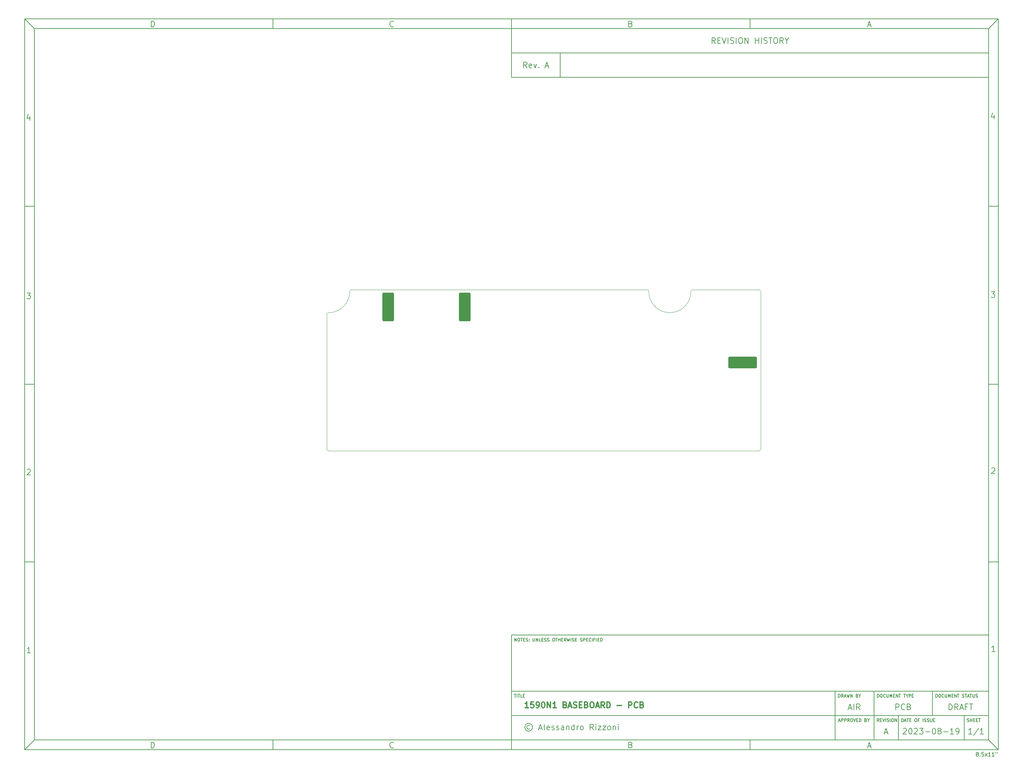
<source format=gbr>
%TF.GenerationSoftware,KiCad,Pcbnew,8.0.3*%
%TF.CreationDate,2024-07-04T15:42:03-04:00*%
%TF.ProjectId,baseboard,62617365-626f-4617-9264-2e6b69636164,A*%
%TF.SameCoordinates,Original*%
%TF.FileFunction,Paste,Bot*%
%TF.FilePolarity,Positive*%
%FSLAX46Y46*%
G04 Gerber Fmt 4.6, Leading zero omitted, Abs format (unit mm)*
G04 Created by KiCad (PCBNEW 8.0.3) date 2024-07-04 15:42:03*
%MOMM*%
%LPD*%
G01*
G04 APERTURE LIST*
G04 Aperture macros list*
%AMRoundRect*
0 Rectangle with rounded corners*
0 $1 Rounding radius*
0 $2 $3 $4 $5 $6 $7 $8 $9 X,Y pos of 4 corners*
0 Add a 4 corners polygon primitive as box body*
4,1,4,$2,$3,$4,$5,$6,$7,$8,$9,$2,$3,0*
0 Add four circle primitives for the rounded corners*
1,1,$1+$1,$2,$3*
1,1,$1+$1,$4,$5*
1,1,$1+$1,$6,$7*
1,1,$1+$1,$8,$9*
0 Add four rect primitives between the rounded corners*
20,1,$1+$1,$2,$3,$4,$5,0*
20,1,$1+$1,$4,$5,$6,$7,0*
20,1,$1+$1,$6,$7,$8,$9,0*
20,1,$1+$1,$8,$9,$2,$3,0*%
G04 Aperture macros list end*
%ADD10C,0.100000*%
%ADD11C,0.150000*%
%ADD12C,0.300000*%
%ADD13RoundRect,0.300000X1.200000X3.450000X-1.200000X3.450000X-1.200000X-3.450000X1.200000X-3.450000X0*%
%ADD14RoundRect,0.300000X3.450000X-1.200000X3.450000X1.200000X-3.450000X1.200000X-3.450000X-1.200000X0*%
%TA.AperFunction,Profile*%
%ADD15C,0.050000*%
%TD*%
G04 APERTURE END LIST*
D10*
D11*
X259813572Y-199154128D02*
X258956429Y-199154128D01*
X259385000Y-199154128D02*
X259385000Y-197654128D01*
X259385000Y-197654128D02*
X259242143Y-197868414D01*
X259242143Y-197868414D02*
X259099286Y-198011271D01*
X259099286Y-198011271D02*
X258956429Y-198082700D01*
X261527857Y-197582700D02*
X260242143Y-199511271D01*
X262813572Y-199154128D02*
X261956429Y-199154128D01*
X262385000Y-199154128D02*
X262385000Y-197654128D01*
X262385000Y-197654128D02*
X262242143Y-197868414D01*
X262242143Y-197868414D02*
X262099286Y-198011271D01*
X262099286Y-198011271D02*
X261956429Y-198082700D01*
D10*
D11*
X140409874Y-188759295D02*
X140867017Y-188759295D01*
X140638445Y-189559295D02*
X140638445Y-188759295D01*
X141133684Y-189559295D02*
X141133684Y-188759295D01*
X141400350Y-188759295D02*
X141857493Y-188759295D01*
X141628921Y-189559295D02*
X141628921Y-188759295D01*
X142505112Y-189559295D02*
X142124160Y-189559295D01*
X142124160Y-189559295D02*
X142124160Y-188759295D01*
X142771779Y-189140247D02*
X143038445Y-189140247D01*
X143152731Y-189559295D02*
X142771779Y-189559295D01*
X142771779Y-189559295D02*
X142771779Y-188759295D01*
X142771779Y-188759295D02*
X143152731Y-188759295D01*
D10*
D11*
X235596303Y-195909295D02*
X235329636Y-195528342D01*
X235139160Y-195909295D02*
X235139160Y-195109295D01*
X235139160Y-195109295D02*
X235443922Y-195109295D01*
X235443922Y-195109295D02*
X235520112Y-195147390D01*
X235520112Y-195147390D02*
X235558207Y-195185485D01*
X235558207Y-195185485D02*
X235596303Y-195261676D01*
X235596303Y-195261676D02*
X235596303Y-195375961D01*
X235596303Y-195375961D02*
X235558207Y-195452152D01*
X235558207Y-195452152D02*
X235520112Y-195490247D01*
X235520112Y-195490247D02*
X235443922Y-195528342D01*
X235443922Y-195528342D02*
X235139160Y-195528342D01*
X235939160Y-195490247D02*
X236205826Y-195490247D01*
X236320112Y-195909295D02*
X235939160Y-195909295D01*
X235939160Y-195909295D02*
X235939160Y-195109295D01*
X235939160Y-195109295D02*
X236320112Y-195109295D01*
X236548684Y-195109295D02*
X236815351Y-195909295D01*
X236815351Y-195909295D02*
X237082017Y-195109295D01*
X237348684Y-195909295D02*
X237348684Y-195109295D01*
X237691540Y-195871200D02*
X237805826Y-195909295D01*
X237805826Y-195909295D02*
X237996302Y-195909295D01*
X237996302Y-195909295D02*
X238072493Y-195871200D01*
X238072493Y-195871200D02*
X238110588Y-195833104D01*
X238110588Y-195833104D02*
X238148683Y-195756914D01*
X238148683Y-195756914D02*
X238148683Y-195680723D01*
X238148683Y-195680723D02*
X238110588Y-195604533D01*
X238110588Y-195604533D02*
X238072493Y-195566438D01*
X238072493Y-195566438D02*
X237996302Y-195528342D01*
X237996302Y-195528342D02*
X237843921Y-195490247D01*
X237843921Y-195490247D02*
X237767731Y-195452152D01*
X237767731Y-195452152D02*
X237729636Y-195414057D01*
X237729636Y-195414057D02*
X237691540Y-195337866D01*
X237691540Y-195337866D02*
X237691540Y-195261676D01*
X237691540Y-195261676D02*
X237729636Y-195185485D01*
X237729636Y-195185485D02*
X237767731Y-195147390D01*
X237767731Y-195147390D02*
X237843921Y-195109295D01*
X237843921Y-195109295D02*
X238034398Y-195109295D01*
X238034398Y-195109295D02*
X238148683Y-195147390D01*
X238491541Y-195909295D02*
X238491541Y-195109295D01*
X239024874Y-195109295D02*
X239177255Y-195109295D01*
X239177255Y-195109295D02*
X239253445Y-195147390D01*
X239253445Y-195147390D02*
X239329636Y-195223580D01*
X239329636Y-195223580D02*
X239367731Y-195375961D01*
X239367731Y-195375961D02*
X239367731Y-195642628D01*
X239367731Y-195642628D02*
X239329636Y-195795009D01*
X239329636Y-195795009D02*
X239253445Y-195871200D01*
X239253445Y-195871200D02*
X239177255Y-195909295D01*
X239177255Y-195909295D02*
X239024874Y-195909295D01*
X239024874Y-195909295D02*
X238948683Y-195871200D01*
X238948683Y-195871200D02*
X238872493Y-195795009D01*
X238872493Y-195795009D02*
X238834397Y-195642628D01*
X238834397Y-195642628D02*
X238834397Y-195375961D01*
X238834397Y-195375961D02*
X238872493Y-195223580D01*
X238872493Y-195223580D02*
X238948683Y-195147390D01*
X238948683Y-195147390D02*
X239024874Y-195109295D01*
X239710588Y-195909295D02*
X239710588Y-195109295D01*
X239710588Y-195109295D02*
X240167731Y-195909295D01*
X240167731Y-195909295D02*
X240167731Y-195109295D01*
D10*
D11*
X241489160Y-195909295D02*
X241489160Y-195109295D01*
X241489160Y-195109295D02*
X241679636Y-195109295D01*
X241679636Y-195109295D02*
X241793922Y-195147390D01*
X241793922Y-195147390D02*
X241870112Y-195223580D01*
X241870112Y-195223580D02*
X241908207Y-195299771D01*
X241908207Y-195299771D02*
X241946303Y-195452152D01*
X241946303Y-195452152D02*
X241946303Y-195566438D01*
X241946303Y-195566438D02*
X241908207Y-195718819D01*
X241908207Y-195718819D02*
X241870112Y-195795009D01*
X241870112Y-195795009D02*
X241793922Y-195871200D01*
X241793922Y-195871200D02*
X241679636Y-195909295D01*
X241679636Y-195909295D02*
X241489160Y-195909295D01*
X242251064Y-195680723D02*
X242632017Y-195680723D01*
X242174874Y-195909295D02*
X242441541Y-195109295D01*
X242441541Y-195109295D02*
X242708207Y-195909295D01*
X242860588Y-195109295D02*
X243317731Y-195109295D01*
X243089159Y-195909295D02*
X243089159Y-195109295D01*
X243584398Y-195490247D02*
X243851064Y-195490247D01*
X243965350Y-195909295D02*
X243584398Y-195909295D01*
X243584398Y-195909295D02*
X243584398Y-195109295D01*
X243584398Y-195109295D02*
X243965350Y-195109295D01*
X245070113Y-195109295D02*
X245222494Y-195109295D01*
X245222494Y-195109295D02*
X245298684Y-195147390D01*
X245298684Y-195147390D02*
X245374875Y-195223580D01*
X245374875Y-195223580D02*
X245412970Y-195375961D01*
X245412970Y-195375961D02*
X245412970Y-195642628D01*
X245412970Y-195642628D02*
X245374875Y-195795009D01*
X245374875Y-195795009D02*
X245298684Y-195871200D01*
X245298684Y-195871200D02*
X245222494Y-195909295D01*
X245222494Y-195909295D02*
X245070113Y-195909295D01*
X245070113Y-195909295D02*
X244993922Y-195871200D01*
X244993922Y-195871200D02*
X244917732Y-195795009D01*
X244917732Y-195795009D02*
X244879636Y-195642628D01*
X244879636Y-195642628D02*
X244879636Y-195375961D01*
X244879636Y-195375961D02*
X244917732Y-195223580D01*
X244917732Y-195223580D02*
X244993922Y-195147390D01*
X244993922Y-195147390D02*
X245070113Y-195109295D01*
X246022493Y-195490247D02*
X245755827Y-195490247D01*
X245755827Y-195909295D02*
X245755827Y-195109295D01*
X245755827Y-195109295D02*
X246136779Y-195109295D01*
X247051065Y-195909295D02*
X247051065Y-195109295D01*
X247393921Y-195871200D02*
X247508207Y-195909295D01*
X247508207Y-195909295D02*
X247698683Y-195909295D01*
X247698683Y-195909295D02*
X247774874Y-195871200D01*
X247774874Y-195871200D02*
X247812969Y-195833104D01*
X247812969Y-195833104D02*
X247851064Y-195756914D01*
X247851064Y-195756914D02*
X247851064Y-195680723D01*
X247851064Y-195680723D02*
X247812969Y-195604533D01*
X247812969Y-195604533D02*
X247774874Y-195566438D01*
X247774874Y-195566438D02*
X247698683Y-195528342D01*
X247698683Y-195528342D02*
X247546302Y-195490247D01*
X247546302Y-195490247D02*
X247470112Y-195452152D01*
X247470112Y-195452152D02*
X247432017Y-195414057D01*
X247432017Y-195414057D02*
X247393921Y-195337866D01*
X247393921Y-195337866D02*
X247393921Y-195261676D01*
X247393921Y-195261676D02*
X247432017Y-195185485D01*
X247432017Y-195185485D02*
X247470112Y-195147390D01*
X247470112Y-195147390D02*
X247546302Y-195109295D01*
X247546302Y-195109295D02*
X247736779Y-195109295D01*
X247736779Y-195109295D02*
X247851064Y-195147390D01*
X248155826Y-195871200D02*
X248270112Y-195909295D01*
X248270112Y-195909295D02*
X248460588Y-195909295D01*
X248460588Y-195909295D02*
X248536779Y-195871200D01*
X248536779Y-195871200D02*
X248574874Y-195833104D01*
X248574874Y-195833104D02*
X248612969Y-195756914D01*
X248612969Y-195756914D02*
X248612969Y-195680723D01*
X248612969Y-195680723D02*
X248574874Y-195604533D01*
X248574874Y-195604533D02*
X248536779Y-195566438D01*
X248536779Y-195566438D02*
X248460588Y-195528342D01*
X248460588Y-195528342D02*
X248308207Y-195490247D01*
X248308207Y-195490247D02*
X248232017Y-195452152D01*
X248232017Y-195452152D02*
X248193922Y-195414057D01*
X248193922Y-195414057D02*
X248155826Y-195337866D01*
X248155826Y-195337866D02*
X248155826Y-195261676D01*
X248155826Y-195261676D02*
X248193922Y-195185485D01*
X248193922Y-195185485D02*
X248232017Y-195147390D01*
X248232017Y-195147390D02*
X248308207Y-195109295D01*
X248308207Y-195109295D02*
X248498684Y-195109295D01*
X248498684Y-195109295D02*
X248612969Y-195147390D01*
X248955827Y-195109295D02*
X248955827Y-195756914D01*
X248955827Y-195756914D02*
X248993922Y-195833104D01*
X248993922Y-195833104D02*
X249032017Y-195871200D01*
X249032017Y-195871200D02*
X249108208Y-195909295D01*
X249108208Y-195909295D02*
X249260589Y-195909295D01*
X249260589Y-195909295D02*
X249336779Y-195871200D01*
X249336779Y-195871200D02*
X249374874Y-195833104D01*
X249374874Y-195833104D02*
X249412970Y-195756914D01*
X249412970Y-195756914D02*
X249412970Y-195109295D01*
X249793922Y-195490247D02*
X250060588Y-195490247D01*
X250174874Y-195909295D02*
X249793922Y-195909295D01*
X249793922Y-195909295D02*
X249793922Y-195109295D01*
X249793922Y-195109295D02*
X250174874Y-195109295D01*
D10*
D11*
X258596064Y-195871200D02*
X258710350Y-195909295D01*
X258710350Y-195909295D02*
X258900826Y-195909295D01*
X258900826Y-195909295D02*
X258977017Y-195871200D01*
X258977017Y-195871200D02*
X259015112Y-195833104D01*
X259015112Y-195833104D02*
X259053207Y-195756914D01*
X259053207Y-195756914D02*
X259053207Y-195680723D01*
X259053207Y-195680723D02*
X259015112Y-195604533D01*
X259015112Y-195604533D02*
X258977017Y-195566438D01*
X258977017Y-195566438D02*
X258900826Y-195528342D01*
X258900826Y-195528342D02*
X258748445Y-195490247D01*
X258748445Y-195490247D02*
X258672255Y-195452152D01*
X258672255Y-195452152D02*
X258634160Y-195414057D01*
X258634160Y-195414057D02*
X258596064Y-195337866D01*
X258596064Y-195337866D02*
X258596064Y-195261676D01*
X258596064Y-195261676D02*
X258634160Y-195185485D01*
X258634160Y-195185485D02*
X258672255Y-195147390D01*
X258672255Y-195147390D02*
X258748445Y-195109295D01*
X258748445Y-195109295D02*
X258938922Y-195109295D01*
X258938922Y-195109295D02*
X259053207Y-195147390D01*
X259396065Y-195909295D02*
X259396065Y-195109295D01*
X259396065Y-195490247D02*
X259853208Y-195490247D01*
X259853208Y-195909295D02*
X259853208Y-195109295D01*
X260234160Y-195490247D02*
X260500826Y-195490247D01*
X260615112Y-195909295D02*
X260234160Y-195909295D01*
X260234160Y-195909295D02*
X260234160Y-195109295D01*
X260234160Y-195109295D02*
X260615112Y-195109295D01*
X260957970Y-195490247D02*
X261224636Y-195490247D01*
X261338922Y-195909295D02*
X260957970Y-195909295D01*
X260957970Y-195909295D02*
X260957970Y-195109295D01*
X260957970Y-195109295D02*
X261338922Y-195109295D01*
X261567494Y-195109295D02*
X262024637Y-195109295D01*
X261796065Y-195909295D02*
X261796065Y-195109295D01*
D10*
D11*
X239942142Y-192804128D02*
X239942142Y-191304128D01*
X239942142Y-191304128D02*
X240513571Y-191304128D01*
X240513571Y-191304128D02*
X240656428Y-191375557D01*
X240656428Y-191375557D02*
X240727857Y-191446985D01*
X240727857Y-191446985D02*
X240799285Y-191589842D01*
X240799285Y-191589842D02*
X240799285Y-191804128D01*
X240799285Y-191804128D02*
X240727857Y-191946985D01*
X240727857Y-191946985D02*
X240656428Y-192018414D01*
X240656428Y-192018414D02*
X240513571Y-192089842D01*
X240513571Y-192089842D02*
X239942142Y-192089842D01*
X242299285Y-192661271D02*
X242227857Y-192732700D01*
X242227857Y-192732700D02*
X242013571Y-192804128D01*
X242013571Y-192804128D02*
X241870714Y-192804128D01*
X241870714Y-192804128D02*
X241656428Y-192732700D01*
X241656428Y-192732700D02*
X241513571Y-192589842D01*
X241513571Y-192589842D02*
X241442142Y-192446985D01*
X241442142Y-192446985D02*
X241370714Y-192161271D01*
X241370714Y-192161271D02*
X241370714Y-191946985D01*
X241370714Y-191946985D02*
X241442142Y-191661271D01*
X241442142Y-191661271D02*
X241513571Y-191518414D01*
X241513571Y-191518414D02*
X241656428Y-191375557D01*
X241656428Y-191375557D02*
X241870714Y-191304128D01*
X241870714Y-191304128D02*
X242013571Y-191304128D01*
X242013571Y-191304128D02*
X242227857Y-191375557D01*
X242227857Y-191375557D02*
X242299285Y-191446985D01*
X243442142Y-192018414D02*
X243656428Y-192089842D01*
X243656428Y-192089842D02*
X243727857Y-192161271D01*
X243727857Y-192161271D02*
X243799285Y-192304128D01*
X243799285Y-192304128D02*
X243799285Y-192518414D01*
X243799285Y-192518414D02*
X243727857Y-192661271D01*
X243727857Y-192661271D02*
X243656428Y-192732700D01*
X243656428Y-192732700D02*
X243513571Y-192804128D01*
X243513571Y-192804128D02*
X242942142Y-192804128D01*
X242942142Y-192804128D02*
X242942142Y-191304128D01*
X242942142Y-191304128D02*
X243442142Y-191304128D01*
X243442142Y-191304128D02*
X243585000Y-191375557D01*
X243585000Y-191375557D02*
X243656428Y-191446985D01*
X243656428Y-191446985D02*
X243727857Y-191589842D01*
X243727857Y-191589842D02*
X243727857Y-191732700D01*
X243727857Y-191732700D02*
X243656428Y-191875557D01*
X243656428Y-191875557D02*
X243585000Y-191946985D01*
X243585000Y-191946985D02*
X243442142Y-192018414D01*
X243442142Y-192018414D02*
X242942142Y-192018414D01*
D10*
D11*
X225068064Y-195680723D02*
X225449017Y-195680723D01*
X224991874Y-195909295D02*
X225258541Y-195109295D01*
X225258541Y-195109295D02*
X225525207Y-195909295D01*
X225791874Y-195909295D02*
X225791874Y-195109295D01*
X225791874Y-195109295D02*
X226096636Y-195109295D01*
X226096636Y-195109295D02*
X226172826Y-195147390D01*
X226172826Y-195147390D02*
X226210921Y-195185485D01*
X226210921Y-195185485D02*
X226249017Y-195261676D01*
X226249017Y-195261676D02*
X226249017Y-195375961D01*
X226249017Y-195375961D02*
X226210921Y-195452152D01*
X226210921Y-195452152D02*
X226172826Y-195490247D01*
X226172826Y-195490247D02*
X226096636Y-195528342D01*
X226096636Y-195528342D02*
X225791874Y-195528342D01*
X226591874Y-195909295D02*
X226591874Y-195109295D01*
X226591874Y-195109295D02*
X226896636Y-195109295D01*
X226896636Y-195109295D02*
X226972826Y-195147390D01*
X226972826Y-195147390D02*
X227010921Y-195185485D01*
X227010921Y-195185485D02*
X227049017Y-195261676D01*
X227049017Y-195261676D02*
X227049017Y-195375961D01*
X227049017Y-195375961D02*
X227010921Y-195452152D01*
X227010921Y-195452152D02*
X226972826Y-195490247D01*
X226972826Y-195490247D02*
X226896636Y-195528342D01*
X226896636Y-195528342D02*
X226591874Y-195528342D01*
X227849017Y-195909295D02*
X227582350Y-195528342D01*
X227391874Y-195909295D02*
X227391874Y-195109295D01*
X227391874Y-195109295D02*
X227696636Y-195109295D01*
X227696636Y-195109295D02*
X227772826Y-195147390D01*
X227772826Y-195147390D02*
X227810921Y-195185485D01*
X227810921Y-195185485D02*
X227849017Y-195261676D01*
X227849017Y-195261676D02*
X227849017Y-195375961D01*
X227849017Y-195375961D02*
X227810921Y-195452152D01*
X227810921Y-195452152D02*
X227772826Y-195490247D01*
X227772826Y-195490247D02*
X227696636Y-195528342D01*
X227696636Y-195528342D02*
X227391874Y-195528342D01*
X228344255Y-195109295D02*
X228496636Y-195109295D01*
X228496636Y-195109295D02*
X228572826Y-195147390D01*
X228572826Y-195147390D02*
X228649017Y-195223580D01*
X228649017Y-195223580D02*
X228687112Y-195375961D01*
X228687112Y-195375961D02*
X228687112Y-195642628D01*
X228687112Y-195642628D02*
X228649017Y-195795009D01*
X228649017Y-195795009D02*
X228572826Y-195871200D01*
X228572826Y-195871200D02*
X228496636Y-195909295D01*
X228496636Y-195909295D02*
X228344255Y-195909295D01*
X228344255Y-195909295D02*
X228268064Y-195871200D01*
X228268064Y-195871200D02*
X228191874Y-195795009D01*
X228191874Y-195795009D02*
X228153778Y-195642628D01*
X228153778Y-195642628D02*
X228153778Y-195375961D01*
X228153778Y-195375961D02*
X228191874Y-195223580D01*
X228191874Y-195223580D02*
X228268064Y-195147390D01*
X228268064Y-195147390D02*
X228344255Y-195109295D01*
X228915683Y-195109295D02*
X229182350Y-195909295D01*
X229182350Y-195909295D02*
X229449016Y-195109295D01*
X229715683Y-195490247D02*
X229982349Y-195490247D01*
X230096635Y-195909295D02*
X229715683Y-195909295D01*
X229715683Y-195909295D02*
X229715683Y-195109295D01*
X229715683Y-195109295D02*
X230096635Y-195109295D01*
X230439493Y-195909295D02*
X230439493Y-195109295D01*
X230439493Y-195109295D02*
X230629969Y-195109295D01*
X230629969Y-195109295D02*
X230744255Y-195147390D01*
X230744255Y-195147390D02*
X230820445Y-195223580D01*
X230820445Y-195223580D02*
X230858540Y-195299771D01*
X230858540Y-195299771D02*
X230896636Y-195452152D01*
X230896636Y-195452152D02*
X230896636Y-195566438D01*
X230896636Y-195566438D02*
X230858540Y-195718819D01*
X230858540Y-195718819D02*
X230820445Y-195795009D01*
X230820445Y-195795009D02*
X230744255Y-195871200D01*
X230744255Y-195871200D02*
X230629969Y-195909295D01*
X230629969Y-195909295D02*
X230439493Y-195909295D01*
X232115683Y-195490247D02*
X232229969Y-195528342D01*
X232229969Y-195528342D02*
X232268064Y-195566438D01*
X232268064Y-195566438D02*
X232306160Y-195642628D01*
X232306160Y-195642628D02*
X232306160Y-195756914D01*
X232306160Y-195756914D02*
X232268064Y-195833104D01*
X232268064Y-195833104D02*
X232229969Y-195871200D01*
X232229969Y-195871200D02*
X232153779Y-195909295D01*
X232153779Y-195909295D02*
X231849017Y-195909295D01*
X231849017Y-195909295D02*
X231849017Y-195109295D01*
X231849017Y-195109295D02*
X232115683Y-195109295D01*
X232115683Y-195109295D02*
X232191874Y-195147390D01*
X232191874Y-195147390D02*
X232229969Y-195185485D01*
X232229969Y-195185485D02*
X232268064Y-195261676D01*
X232268064Y-195261676D02*
X232268064Y-195337866D01*
X232268064Y-195337866D02*
X232229969Y-195414057D01*
X232229969Y-195414057D02*
X232191874Y-195452152D01*
X232191874Y-195452152D02*
X232115683Y-195490247D01*
X232115683Y-195490247D02*
X231849017Y-195490247D01*
X232801398Y-195528342D02*
X232801398Y-195909295D01*
X232534731Y-195109295D02*
X232801398Y-195528342D01*
X232801398Y-195528342D02*
X233068064Y-195109295D01*
D10*
D11*
X144445112Y-196918271D02*
X144302255Y-196846842D01*
X144302255Y-196846842D02*
X144016541Y-196846842D01*
X144016541Y-196846842D02*
X143873684Y-196918271D01*
X143873684Y-196918271D02*
X143730826Y-197061128D01*
X143730826Y-197061128D02*
X143659398Y-197203985D01*
X143659398Y-197203985D02*
X143659398Y-197489700D01*
X143659398Y-197489700D02*
X143730826Y-197632557D01*
X143730826Y-197632557D02*
X143873684Y-197775414D01*
X143873684Y-197775414D02*
X144016541Y-197846842D01*
X144016541Y-197846842D02*
X144302255Y-197846842D01*
X144302255Y-197846842D02*
X144445112Y-197775414D01*
X144159398Y-196346842D02*
X143802255Y-196418271D01*
X143802255Y-196418271D02*
X143445112Y-196632557D01*
X143445112Y-196632557D02*
X143230826Y-196989700D01*
X143230826Y-196989700D02*
X143159398Y-197346842D01*
X143159398Y-197346842D02*
X143230826Y-197703985D01*
X143230826Y-197703985D02*
X143445112Y-198061128D01*
X143445112Y-198061128D02*
X143802255Y-198275414D01*
X143802255Y-198275414D02*
X144159398Y-198346842D01*
X144159398Y-198346842D02*
X144516541Y-198275414D01*
X144516541Y-198275414D02*
X144873684Y-198061128D01*
X144873684Y-198061128D02*
X145087969Y-197703985D01*
X145087969Y-197703985D02*
X145159398Y-197346842D01*
X145159398Y-197346842D02*
X145087969Y-196989700D01*
X145087969Y-196989700D02*
X144873684Y-196632557D01*
X144873684Y-196632557D02*
X144516541Y-196418271D01*
X144516541Y-196418271D02*
X144159398Y-196346842D01*
X146873684Y-197632557D02*
X147587970Y-197632557D01*
X146730827Y-198061128D02*
X147230827Y-196561128D01*
X147230827Y-196561128D02*
X147730827Y-198061128D01*
X148445112Y-198061128D02*
X148302255Y-197989700D01*
X148302255Y-197989700D02*
X148230826Y-197846842D01*
X148230826Y-197846842D02*
X148230826Y-196561128D01*
X149587969Y-197989700D02*
X149445112Y-198061128D01*
X149445112Y-198061128D02*
X149159398Y-198061128D01*
X149159398Y-198061128D02*
X149016540Y-197989700D01*
X149016540Y-197989700D02*
X148945112Y-197846842D01*
X148945112Y-197846842D02*
X148945112Y-197275414D01*
X148945112Y-197275414D02*
X149016540Y-197132557D01*
X149016540Y-197132557D02*
X149159398Y-197061128D01*
X149159398Y-197061128D02*
X149445112Y-197061128D01*
X149445112Y-197061128D02*
X149587969Y-197132557D01*
X149587969Y-197132557D02*
X149659398Y-197275414D01*
X149659398Y-197275414D02*
X149659398Y-197418271D01*
X149659398Y-197418271D02*
X148945112Y-197561128D01*
X150230826Y-197989700D02*
X150373683Y-198061128D01*
X150373683Y-198061128D02*
X150659397Y-198061128D01*
X150659397Y-198061128D02*
X150802254Y-197989700D01*
X150802254Y-197989700D02*
X150873683Y-197846842D01*
X150873683Y-197846842D02*
X150873683Y-197775414D01*
X150873683Y-197775414D02*
X150802254Y-197632557D01*
X150802254Y-197632557D02*
X150659397Y-197561128D01*
X150659397Y-197561128D02*
X150445112Y-197561128D01*
X150445112Y-197561128D02*
X150302254Y-197489700D01*
X150302254Y-197489700D02*
X150230826Y-197346842D01*
X150230826Y-197346842D02*
X150230826Y-197275414D01*
X150230826Y-197275414D02*
X150302254Y-197132557D01*
X150302254Y-197132557D02*
X150445112Y-197061128D01*
X150445112Y-197061128D02*
X150659397Y-197061128D01*
X150659397Y-197061128D02*
X150802254Y-197132557D01*
X151445112Y-197989700D02*
X151587969Y-198061128D01*
X151587969Y-198061128D02*
X151873683Y-198061128D01*
X151873683Y-198061128D02*
X152016540Y-197989700D01*
X152016540Y-197989700D02*
X152087969Y-197846842D01*
X152087969Y-197846842D02*
X152087969Y-197775414D01*
X152087969Y-197775414D02*
X152016540Y-197632557D01*
X152016540Y-197632557D02*
X151873683Y-197561128D01*
X151873683Y-197561128D02*
X151659398Y-197561128D01*
X151659398Y-197561128D02*
X151516540Y-197489700D01*
X151516540Y-197489700D02*
X151445112Y-197346842D01*
X151445112Y-197346842D02*
X151445112Y-197275414D01*
X151445112Y-197275414D02*
X151516540Y-197132557D01*
X151516540Y-197132557D02*
X151659398Y-197061128D01*
X151659398Y-197061128D02*
X151873683Y-197061128D01*
X151873683Y-197061128D02*
X152016540Y-197132557D01*
X153373684Y-198061128D02*
X153373684Y-197275414D01*
X153373684Y-197275414D02*
X153302255Y-197132557D01*
X153302255Y-197132557D02*
X153159398Y-197061128D01*
X153159398Y-197061128D02*
X152873684Y-197061128D01*
X152873684Y-197061128D02*
X152730826Y-197132557D01*
X153373684Y-197989700D02*
X153230826Y-198061128D01*
X153230826Y-198061128D02*
X152873684Y-198061128D01*
X152873684Y-198061128D02*
X152730826Y-197989700D01*
X152730826Y-197989700D02*
X152659398Y-197846842D01*
X152659398Y-197846842D02*
X152659398Y-197703985D01*
X152659398Y-197703985D02*
X152730826Y-197561128D01*
X152730826Y-197561128D02*
X152873684Y-197489700D01*
X152873684Y-197489700D02*
X153230826Y-197489700D01*
X153230826Y-197489700D02*
X153373684Y-197418271D01*
X154087969Y-197061128D02*
X154087969Y-198061128D01*
X154087969Y-197203985D02*
X154159398Y-197132557D01*
X154159398Y-197132557D02*
X154302255Y-197061128D01*
X154302255Y-197061128D02*
X154516541Y-197061128D01*
X154516541Y-197061128D02*
X154659398Y-197132557D01*
X154659398Y-197132557D02*
X154730827Y-197275414D01*
X154730827Y-197275414D02*
X154730827Y-198061128D01*
X156087970Y-198061128D02*
X156087970Y-196561128D01*
X156087970Y-197989700D02*
X155945112Y-198061128D01*
X155945112Y-198061128D02*
X155659398Y-198061128D01*
X155659398Y-198061128D02*
X155516541Y-197989700D01*
X155516541Y-197989700D02*
X155445112Y-197918271D01*
X155445112Y-197918271D02*
X155373684Y-197775414D01*
X155373684Y-197775414D02*
X155373684Y-197346842D01*
X155373684Y-197346842D02*
X155445112Y-197203985D01*
X155445112Y-197203985D02*
X155516541Y-197132557D01*
X155516541Y-197132557D02*
X155659398Y-197061128D01*
X155659398Y-197061128D02*
X155945112Y-197061128D01*
X155945112Y-197061128D02*
X156087970Y-197132557D01*
X156802255Y-198061128D02*
X156802255Y-197061128D01*
X156802255Y-197346842D02*
X156873684Y-197203985D01*
X156873684Y-197203985D02*
X156945113Y-197132557D01*
X156945113Y-197132557D02*
X157087970Y-197061128D01*
X157087970Y-197061128D02*
X157230827Y-197061128D01*
X157945112Y-198061128D02*
X157802255Y-197989700D01*
X157802255Y-197989700D02*
X157730826Y-197918271D01*
X157730826Y-197918271D02*
X157659398Y-197775414D01*
X157659398Y-197775414D02*
X157659398Y-197346842D01*
X157659398Y-197346842D02*
X157730826Y-197203985D01*
X157730826Y-197203985D02*
X157802255Y-197132557D01*
X157802255Y-197132557D02*
X157945112Y-197061128D01*
X157945112Y-197061128D02*
X158159398Y-197061128D01*
X158159398Y-197061128D02*
X158302255Y-197132557D01*
X158302255Y-197132557D02*
X158373684Y-197203985D01*
X158373684Y-197203985D02*
X158445112Y-197346842D01*
X158445112Y-197346842D02*
X158445112Y-197775414D01*
X158445112Y-197775414D02*
X158373684Y-197918271D01*
X158373684Y-197918271D02*
X158302255Y-197989700D01*
X158302255Y-197989700D02*
X158159398Y-198061128D01*
X158159398Y-198061128D02*
X157945112Y-198061128D01*
X161087969Y-198061128D02*
X160587969Y-197346842D01*
X160230826Y-198061128D02*
X160230826Y-196561128D01*
X160230826Y-196561128D02*
X160802255Y-196561128D01*
X160802255Y-196561128D02*
X160945112Y-196632557D01*
X160945112Y-196632557D02*
X161016541Y-196703985D01*
X161016541Y-196703985D02*
X161087969Y-196846842D01*
X161087969Y-196846842D02*
X161087969Y-197061128D01*
X161087969Y-197061128D02*
X161016541Y-197203985D01*
X161016541Y-197203985D02*
X160945112Y-197275414D01*
X160945112Y-197275414D02*
X160802255Y-197346842D01*
X160802255Y-197346842D02*
X160230826Y-197346842D01*
X161730826Y-198061128D02*
X161730826Y-197061128D01*
X161730826Y-196561128D02*
X161659398Y-196632557D01*
X161659398Y-196632557D02*
X161730826Y-196703985D01*
X161730826Y-196703985D02*
X161802255Y-196632557D01*
X161802255Y-196632557D02*
X161730826Y-196561128D01*
X161730826Y-196561128D02*
X161730826Y-196703985D01*
X162302255Y-197061128D02*
X163087970Y-197061128D01*
X163087970Y-197061128D02*
X162302255Y-198061128D01*
X162302255Y-198061128D02*
X163087970Y-198061128D01*
X163516541Y-197061128D02*
X164302256Y-197061128D01*
X164302256Y-197061128D02*
X163516541Y-198061128D01*
X163516541Y-198061128D02*
X164302256Y-198061128D01*
X165087970Y-198061128D02*
X164945113Y-197989700D01*
X164945113Y-197989700D02*
X164873684Y-197918271D01*
X164873684Y-197918271D02*
X164802256Y-197775414D01*
X164802256Y-197775414D02*
X164802256Y-197346842D01*
X164802256Y-197346842D02*
X164873684Y-197203985D01*
X164873684Y-197203985D02*
X164945113Y-197132557D01*
X164945113Y-197132557D02*
X165087970Y-197061128D01*
X165087970Y-197061128D02*
X165302256Y-197061128D01*
X165302256Y-197061128D02*
X165445113Y-197132557D01*
X165445113Y-197132557D02*
X165516542Y-197203985D01*
X165516542Y-197203985D02*
X165587970Y-197346842D01*
X165587970Y-197346842D02*
X165587970Y-197775414D01*
X165587970Y-197775414D02*
X165516542Y-197918271D01*
X165516542Y-197918271D02*
X165445113Y-197989700D01*
X165445113Y-197989700D02*
X165302256Y-198061128D01*
X165302256Y-198061128D02*
X165087970Y-198061128D01*
X166230827Y-197061128D02*
X166230827Y-198061128D01*
X166230827Y-197203985D02*
X166302256Y-197132557D01*
X166302256Y-197132557D02*
X166445113Y-197061128D01*
X166445113Y-197061128D02*
X166659399Y-197061128D01*
X166659399Y-197061128D02*
X166802256Y-197132557D01*
X166802256Y-197132557D02*
X166873685Y-197275414D01*
X166873685Y-197275414D02*
X166873685Y-198061128D01*
X167587970Y-198061128D02*
X167587970Y-197061128D01*
X167587970Y-196561128D02*
X167516542Y-196632557D01*
X167516542Y-196632557D02*
X167587970Y-196703985D01*
X167587970Y-196703985D02*
X167659399Y-196632557D01*
X167659399Y-196632557D02*
X167587970Y-196561128D01*
X167587970Y-196561128D02*
X167587970Y-196703985D01*
D10*
D11*
X227670714Y-192375557D02*
X228385000Y-192375557D01*
X227527857Y-192804128D02*
X228027857Y-191304128D01*
X228027857Y-191304128D02*
X228527857Y-192804128D01*
X229027856Y-192804128D02*
X229027856Y-191304128D01*
X230599285Y-192804128D02*
X230099285Y-192089842D01*
X229742142Y-192804128D02*
X229742142Y-191304128D01*
X229742142Y-191304128D02*
X230313571Y-191304128D01*
X230313571Y-191304128D02*
X230456428Y-191375557D01*
X230456428Y-191375557D02*
X230527857Y-191446985D01*
X230527857Y-191446985D02*
X230599285Y-191589842D01*
X230599285Y-191589842D02*
X230599285Y-191804128D01*
X230599285Y-191804128D02*
X230527857Y-191946985D01*
X230527857Y-191946985D02*
X230456428Y-192018414D01*
X230456428Y-192018414D02*
X230313571Y-192089842D01*
X230313571Y-192089842D02*
X229742142Y-192089842D01*
D10*
D11*
X250379160Y-189559295D02*
X250379160Y-188759295D01*
X250379160Y-188759295D02*
X250569636Y-188759295D01*
X250569636Y-188759295D02*
X250683922Y-188797390D01*
X250683922Y-188797390D02*
X250760112Y-188873580D01*
X250760112Y-188873580D02*
X250798207Y-188949771D01*
X250798207Y-188949771D02*
X250836303Y-189102152D01*
X250836303Y-189102152D02*
X250836303Y-189216438D01*
X250836303Y-189216438D02*
X250798207Y-189368819D01*
X250798207Y-189368819D02*
X250760112Y-189445009D01*
X250760112Y-189445009D02*
X250683922Y-189521200D01*
X250683922Y-189521200D02*
X250569636Y-189559295D01*
X250569636Y-189559295D02*
X250379160Y-189559295D01*
X251331541Y-188759295D02*
X251483922Y-188759295D01*
X251483922Y-188759295D02*
X251560112Y-188797390D01*
X251560112Y-188797390D02*
X251636303Y-188873580D01*
X251636303Y-188873580D02*
X251674398Y-189025961D01*
X251674398Y-189025961D02*
X251674398Y-189292628D01*
X251674398Y-189292628D02*
X251636303Y-189445009D01*
X251636303Y-189445009D02*
X251560112Y-189521200D01*
X251560112Y-189521200D02*
X251483922Y-189559295D01*
X251483922Y-189559295D02*
X251331541Y-189559295D01*
X251331541Y-189559295D02*
X251255350Y-189521200D01*
X251255350Y-189521200D02*
X251179160Y-189445009D01*
X251179160Y-189445009D02*
X251141064Y-189292628D01*
X251141064Y-189292628D02*
X251141064Y-189025961D01*
X251141064Y-189025961D02*
X251179160Y-188873580D01*
X251179160Y-188873580D02*
X251255350Y-188797390D01*
X251255350Y-188797390D02*
X251331541Y-188759295D01*
X252474398Y-189483104D02*
X252436302Y-189521200D01*
X252436302Y-189521200D02*
X252322017Y-189559295D01*
X252322017Y-189559295D02*
X252245826Y-189559295D01*
X252245826Y-189559295D02*
X252131540Y-189521200D01*
X252131540Y-189521200D02*
X252055350Y-189445009D01*
X252055350Y-189445009D02*
X252017255Y-189368819D01*
X252017255Y-189368819D02*
X251979159Y-189216438D01*
X251979159Y-189216438D02*
X251979159Y-189102152D01*
X251979159Y-189102152D02*
X252017255Y-188949771D01*
X252017255Y-188949771D02*
X252055350Y-188873580D01*
X252055350Y-188873580D02*
X252131540Y-188797390D01*
X252131540Y-188797390D02*
X252245826Y-188759295D01*
X252245826Y-188759295D02*
X252322017Y-188759295D01*
X252322017Y-188759295D02*
X252436302Y-188797390D01*
X252436302Y-188797390D02*
X252474398Y-188835485D01*
X252817255Y-188759295D02*
X252817255Y-189406914D01*
X252817255Y-189406914D02*
X252855350Y-189483104D01*
X252855350Y-189483104D02*
X252893445Y-189521200D01*
X252893445Y-189521200D02*
X252969636Y-189559295D01*
X252969636Y-189559295D02*
X253122017Y-189559295D01*
X253122017Y-189559295D02*
X253198207Y-189521200D01*
X253198207Y-189521200D02*
X253236302Y-189483104D01*
X253236302Y-189483104D02*
X253274398Y-189406914D01*
X253274398Y-189406914D02*
X253274398Y-188759295D01*
X253655350Y-189559295D02*
X253655350Y-188759295D01*
X253655350Y-188759295D02*
X253922016Y-189330723D01*
X253922016Y-189330723D02*
X254188683Y-188759295D01*
X254188683Y-188759295D02*
X254188683Y-189559295D01*
X254569636Y-189140247D02*
X254836302Y-189140247D01*
X254950588Y-189559295D02*
X254569636Y-189559295D01*
X254569636Y-189559295D02*
X254569636Y-188759295D01*
X254569636Y-188759295D02*
X254950588Y-188759295D01*
X255293446Y-189559295D02*
X255293446Y-188759295D01*
X255293446Y-188759295D02*
X255750589Y-189559295D01*
X255750589Y-189559295D02*
X255750589Y-188759295D01*
X256017255Y-188759295D02*
X256474398Y-188759295D01*
X256245826Y-189559295D02*
X256245826Y-188759295D01*
X257312493Y-189521200D02*
X257426779Y-189559295D01*
X257426779Y-189559295D02*
X257617255Y-189559295D01*
X257617255Y-189559295D02*
X257693446Y-189521200D01*
X257693446Y-189521200D02*
X257731541Y-189483104D01*
X257731541Y-189483104D02*
X257769636Y-189406914D01*
X257769636Y-189406914D02*
X257769636Y-189330723D01*
X257769636Y-189330723D02*
X257731541Y-189254533D01*
X257731541Y-189254533D02*
X257693446Y-189216438D01*
X257693446Y-189216438D02*
X257617255Y-189178342D01*
X257617255Y-189178342D02*
X257464874Y-189140247D01*
X257464874Y-189140247D02*
X257388684Y-189102152D01*
X257388684Y-189102152D02*
X257350589Y-189064057D01*
X257350589Y-189064057D02*
X257312493Y-188987866D01*
X257312493Y-188987866D02*
X257312493Y-188911676D01*
X257312493Y-188911676D02*
X257350589Y-188835485D01*
X257350589Y-188835485D02*
X257388684Y-188797390D01*
X257388684Y-188797390D02*
X257464874Y-188759295D01*
X257464874Y-188759295D02*
X257655351Y-188759295D01*
X257655351Y-188759295D02*
X257769636Y-188797390D01*
X257998208Y-188759295D02*
X258455351Y-188759295D01*
X258226779Y-189559295D02*
X258226779Y-188759295D01*
X258683922Y-189330723D02*
X259064875Y-189330723D01*
X258607732Y-189559295D02*
X258874399Y-188759295D01*
X258874399Y-188759295D02*
X259141065Y-189559295D01*
X259293446Y-188759295D02*
X259750589Y-188759295D01*
X259522017Y-189559295D02*
X259522017Y-188759295D01*
X260017256Y-188759295D02*
X260017256Y-189406914D01*
X260017256Y-189406914D02*
X260055351Y-189483104D01*
X260055351Y-189483104D02*
X260093446Y-189521200D01*
X260093446Y-189521200D02*
X260169637Y-189559295D01*
X260169637Y-189559295D02*
X260322018Y-189559295D01*
X260322018Y-189559295D02*
X260398208Y-189521200D01*
X260398208Y-189521200D02*
X260436303Y-189483104D01*
X260436303Y-189483104D02*
X260474399Y-189406914D01*
X260474399Y-189406914D02*
X260474399Y-188759295D01*
X260817255Y-189521200D02*
X260931541Y-189559295D01*
X260931541Y-189559295D02*
X261122017Y-189559295D01*
X261122017Y-189559295D02*
X261198208Y-189521200D01*
X261198208Y-189521200D02*
X261236303Y-189483104D01*
X261236303Y-189483104D02*
X261274398Y-189406914D01*
X261274398Y-189406914D02*
X261274398Y-189330723D01*
X261274398Y-189330723D02*
X261236303Y-189254533D01*
X261236303Y-189254533D02*
X261198208Y-189216438D01*
X261198208Y-189216438D02*
X261122017Y-189178342D01*
X261122017Y-189178342D02*
X260969636Y-189140247D01*
X260969636Y-189140247D02*
X260893446Y-189102152D01*
X260893446Y-189102152D02*
X260855351Y-189064057D01*
X260855351Y-189064057D02*
X260817255Y-188987866D01*
X260817255Y-188987866D02*
X260817255Y-188911676D01*
X260817255Y-188911676D02*
X260855351Y-188835485D01*
X260855351Y-188835485D02*
X260893446Y-188797390D01*
X260893446Y-188797390D02*
X260969636Y-188759295D01*
X260969636Y-188759295D02*
X261160113Y-188759295D01*
X261160113Y-188759295D02*
X261274398Y-188797390D01*
D10*
D11*
X224979160Y-189559295D02*
X224979160Y-188759295D01*
X224979160Y-188759295D02*
X225169636Y-188759295D01*
X225169636Y-188759295D02*
X225283922Y-188797390D01*
X225283922Y-188797390D02*
X225360112Y-188873580D01*
X225360112Y-188873580D02*
X225398207Y-188949771D01*
X225398207Y-188949771D02*
X225436303Y-189102152D01*
X225436303Y-189102152D02*
X225436303Y-189216438D01*
X225436303Y-189216438D02*
X225398207Y-189368819D01*
X225398207Y-189368819D02*
X225360112Y-189445009D01*
X225360112Y-189445009D02*
X225283922Y-189521200D01*
X225283922Y-189521200D02*
X225169636Y-189559295D01*
X225169636Y-189559295D02*
X224979160Y-189559295D01*
X226236303Y-189559295D02*
X225969636Y-189178342D01*
X225779160Y-189559295D02*
X225779160Y-188759295D01*
X225779160Y-188759295D02*
X226083922Y-188759295D01*
X226083922Y-188759295D02*
X226160112Y-188797390D01*
X226160112Y-188797390D02*
X226198207Y-188835485D01*
X226198207Y-188835485D02*
X226236303Y-188911676D01*
X226236303Y-188911676D02*
X226236303Y-189025961D01*
X226236303Y-189025961D02*
X226198207Y-189102152D01*
X226198207Y-189102152D02*
X226160112Y-189140247D01*
X226160112Y-189140247D02*
X226083922Y-189178342D01*
X226083922Y-189178342D02*
X225779160Y-189178342D01*
X226541064Y-189330723D02*
X226922017Y-189330723D01*
X226464874Y-189559295D02*
X226731541Y-188759295D01*
X226731541Y-188759295D02*
X226998207Y-189559295D01*
X227188683Y-188759295D02*
X227379159Y-189559295D01*
X227379159Y-189559295D02*
X227531540Y-188987866D01*
X227531540Y-188987866D02*
X227683921Y-189559295D01*
X227683921Y-189559295D02*
X227874398Y-188759295D01*
X228179160Y-189559295D02*
X228179160Y-188759295D01*
X228179160Y-188759295D02*
X228636303Y-189559295D01*
X228636303Y-189559295D02*
X228636303Y-188759295D01*
X229893445Y-189140247D02*
X230007731Y-189178342D01*
X230007731Y-189178342D02*
X230045826Y-189216438D01*
X230045826Y-189216438D02*
X230083922Y-189292628D01*
X230083922Y-189292628D02*
X230083922Y-189406914D01*
X230083922Y-189406914D02*
X230045826Y-189483104D01*
X230045826Y-189483104D02*
X230007731Y-189521200D01*
X230007731Y-189521200D02*
X229931541Y-189559295D01*
X229931541Y-189559295D02*
X229626779Y-189559295D01*
X229626779Y-189559295D02*
X229626779Y-188759295D01*
X229626779Y-188759295D02*
X229893445Y-188759295D01*
X229893445Y-188759295D02*
X229969636Y-188797390D01*
X229969636Y-188797390D02*
X230007731Y-188835485D01*
X230007731Y-188835485D02*
X230045826Y-188911676D01*
X230045826Y-188911676D02*
X230045826Y-188987866D01*
X230045826Y-188987866D02*
X230007731Y-189064057D01*
X230007731Y-189064057D02*
X229969636Y-189102152D01*
X229969636Y-189102152D02*
X229893445Y-189140247D01*
X229893445Y-189140247D02*
X229626779Y-189140247D01*
X230579160Y-189178342D02*
X230579160Y-189559295D01*
X230312493Y-188759295D02*
X230579160Y-189178342D01*
X230579160Y-189178342D02*
X230845826Y-188759295D01*
D10*
D11*
X235139160Y-189559295D02*
X235139160Y-188759295D01*
X235139160Y-188759295D02*
X235329636Y-188759295D01*
X235329636Y-188759295D02*
X235443922Y-188797390D01*
X235443922Y-188797390D02*
X235520112Y-188873580D01*
X235520112Y-188873580D02*
X235558207Y-188949771D01*
X235558207Y-188949771D02*
X235596303Y-189102152D01*
X235596303Y-189102152D02*
X235596303Y-189216438D01*
X235596303Y-189216438D02*
X235558207Y-189368819D01*
X235558207Y-189368819D02*
X235520112Y-189445009D01*
X235520112Y-189445009D02*
X235443922Y-189521200D01*
X235443922Y-189521200D02*
X235329636Y-189559295D01*
X235329636Y-189559295D02*
X235139160Y-189559295D01*
X236091541Y-188759295D02*
X236243922Y-188759295D01*
X236243922Y-188759295D02*
X236320112Y-188797390D01*
X236320112Y-188797390D02*
X236396303Y-188873580D01*
X236396303Y-188873580D02*
X236434398Y-189025961D01*
X236434398Y-189025961D02*
X236434398Y-189292628D01*
X236434398Y-189292628D02*
X236396303Y-189445009D01*
X236396303Y-189445009D02*
X236320112Y-189521200D01*
X236320112Y-189521200D02*
X236243922Y-189559295D01*
X236243922Y-189559295D02*
X236091541Y-189559295D01*
X236091541Y-189559295D02*
X236015350Y-189521200D01*
X236015350Y-189521200D02*
X235939160Y-189445009D01*
X235939160Y-189445009D02*
X235901064Y-189292628D01*
X235901064Y-189292628D02*
X235901064Y-189025961D01*
X235901064Y-189025961D02*
X235939160Y-188873580D01*
X235939160Y-188873580D02*
X236015350Y-188797390D01*
X236015350Y-188797390D02*
X236091541Y-188759295D01*
X237234398Y-189483104D02*
X237196302Y-189521200D01*
X237196302Y-189521200D02*
X237082017Y-189559295D01*
X237082017Y-189559295D02*
X237005826Y-189559295D01*
X237005826Y-189559295D02*
X236891540Y-189521200D01*
X236891540Y-189521200D02*
X236815350Y-189445009D01*
X236815350Y-189445009D02*
X236777255Y-189368819D01*
X236777255Y-189368819D02*
X236739159Y-189216438D01*
X236739159Y-189216438D02*
X236739159Y-189102152D01*
X236739159Y-189102152D02*
X236777255Y-188949771D01*
X236777255Y-188949771D02*
X236815350Y-188873580D01*
X236815350Y-188873580D02*
X236891540Y-188797390D01*
X236891540Y-188797390D02*
X237005826Y-188759295D01*
X237005826Y-188759295D02*
X237082017Y-188759295D01*
X237082017Y-188759295D02*
X237196302Y-188797390D01*
X237196302Y-188797390D02*
X237234398Y-188835485D01*
X237577255Y-188759295D02*
X237577255Y-189406914D01*
X237577255Y-189406914D02*
X237615350Y-189483104D01*
X237615350Y-189483104D02*
X237653445Y-189521200D01*
X237653445Y-189521200D02*
X237729636Y-189559295D01*
X237729636Y-189559295D02*
X237882017Y-189559295D01*
X237882017Y-189559295D02*
X237958207Y-189521200D01*
X237958207Y-189521200D02*
X237996302Y-189483104D01*
X237996302Y-189483104D02*
X238034398Y-189406914D01*
X238034398Y-189406914D02*
X238034398Y-188759295D01*
X238415350Y-189559295D02*
X238415350Y-188759295D01*
X238415350Y-188759295D02*
X238682016Y-189330723D01*
X238682016Y-189330723D02*
X238948683Y-188759295D01*
X238948683Y-188759295D02*
X238948683Y-189559295D01*
X239329636Y-189140247D02*
X239596302Y-189140247D01*
X239710588Y-189559295D02*
X239329636Y-189559295D01*
X239329636Y-189559295D02*
X239329636Y-188759295D01*
X239329636Y-188759295D02*
X239710588Y-188759295D01*
X240053446Y-189559295D02*
X240053446Y-188759295D01*
X240053446Y-188759295D02*
X240510589Y-189559295D01*
X240510589Y-189559295D02*
X240510589Y-188759295D01*
X240777255Y-188759295D02*
X241234398Y-188759295D01*
X241005826Y-189559295D02*
X241005826Y-188759295D01*
X241996303Y-188759295D02*
X242453446Y-188759295D01*
X242224874Y-189559295D02*
X242224874Y-188759295D01*
X242872494Y-189178342D02*
X242872494Y-189559295D01*
X242605827Y-188759295D02*
X242872494Y-189178342D01*
X242872494Y-189178342D02*
X243139160Y-188759295D01*
X243405827Y-189559295D02*
X243405827Y-188759295D01*
X243405827Y-188759295D02*
X243710589Y-188759295D01*
X243710589Y-188759295D02*
X243786779Y-188797390D01*
X243786779Y-188797390D02*
X243824874Y-188835485D01*
X243824874Y-188835485D02*
X243862970Y-188911676D01*
X243862970Y-188911676D02*
X243862970Y-189025961D01*
X243862970Y-189025961D02*
X243824874Y-189102152D01*
X243824874Y-189102152D02*
X243786779Y-189140247D01*
X243786779Y-189140247D02*
X243710589Y-189178342D01*
X243710589Y-189178342D02*
X243405827Y-189178342D01*
X244205827Y-189140247D02*
X244472493Y-189140247D01*
X244586779Y-189559295D02*
X244205827Y-189559295D01*
X244205827Y-189559295D02*
X244205827Y-188759295D01*
X244205827Y-188759295D02*
X244586779Y-188759295D01*
D10*
D11*
X253821000Y-192804128D02*
X253821000Y-191304128D01*
X253821000Y-191304128D02*
X254178143Y-191304128D01*
X254178143Y-191304128D02*
X254392429Y-191375557D01*
X254392429Y-191375557D02*
X254535286Y-191518414D01*
X254535286Y-191518414D02*
X254606715Y-191661271D01*
X254606715Y-191661271D02*
X254678143Y-191946985D01*
X254678143Y-191946985D02*
X254678143Y-192161271D01*
X254678143Y-192161271D02*
X254606715Y-192446985D01*
X254606715Y-192446985D02*
X254535286Y-192589842D01*
X254535286Y-192589842D02*
X254392429Y-192732700D01*
X254392429Y-192732700D02*
X254178143Y-192804128D01*
X254178143Y-192804128D02*
X253821000Y-192804128D01*
X256178143Y-192804128D02*
X255678143Y-192089842D01*
X255321000Y-192804128D02*
X255321000Y-191304128D01*
X255321000Y-191304128D02*
X255892429Y-191304128D01*
X255892429Y-191304128D02*
X256035286Y-191375557D01*
X256035286Y-191375557D02*
X256106715Y-191446985D01*
X256106715Y-191446985D02*
X256178143Y-191589842D01*
X256178143Y-191589842D02*
X256178143Y-191804128D01*
X256178143Y-191804128D02*
X256106715Y-191946985D01*
X256106715Y-191946985D02*
X256035286Y-192018414D01*
X256035286Y-192018414D02*
X255892429Y-192089842D01*
X255892429Y-192089842D02*
X255321000Y-192089842D01*
X256749572Y-192375557D02*
X257463858Y-192375557D01*
X256606715Y-192804128D02*
X257106715Y-191304128D01*
X257106715Y-191304128D02*
X257606715Y-192804128D01*
X258606714Y-192018414D02*
X258106714Y-192018414D01*
X258106714Y-192804128D02*
X258106714Y-191304128D01*
X258106714Y-191304128D02*
X258821000Y-191304128D01*
X259178143Y-191304128D02*
X260035286Y-191304128D01*
X259606714Y-192804128D02*
X259606714Y-191304128D01*
D10*
D11*
X241915287Y-197796985D02*
X241986715Y-197725557D01*
X241986715Y-197725557D02*
X242129573Y-197654128D01*
X242129573Y-197654128D02*
X242486715Y-197654128D01*
X242486715Y-197654128D02*
X242629573Y-197725557D01*
X242629573Y-197725557D02*
X242701001Y-197796985D01*
X242701001Y-197796985D02*
X242772430Y-197939842D01*
X242772430Y-197939842D02*
X242772430Y-198082700D01*
X242772430Y-198082700D02*
X242701001Y-198296985D01*
X242701001Y-198296985D02*
X241843858Y-199154128D01*
X241843858Y-199154128D02*
X242772430Y-199154128D01*
X243701001Y-197654128D02*
X243843858Y-197654128D01*
X243843858Y-197654128D02*
X243986715Y-197725557D01*
X243986715Y-197725557D02*
X244058144Y-197796985D01*
X244058144Y-197796985D02*
X244129572Y-197939842D01*
X244129572Y-197939842D02*
X244201001Y-198225557D01*
X244201001Y-198225557D02*
X244201001Y-198582700D01*
X244201001Y-198582700D02*
X244129572Y-198868414D01*
X244129572Y-198868414D02*
X244058144Y-199011271D01*
X244058144Y-199011271D02*
X243986715Y-199082700D01*
X243986715Y-199082700D02*
X243843858Y-199154128D01*
X243843858Y-199154128D02*
X243701001Y-199154128D01*
X243701001Y-199154128D02*
X243558144Y-199082700D01*
X243558144Y-199082700D02*
X243486715Y-199011271D01*
X243486715Y-199011271D02*
X243415286Y-198868414D01*
X243415286Y-198868414D02*
X243343858Y-198582700D01*
X243343858Y-198582700D02*
X243343858Y-198225557D01*
X243343858Y-198225557D02*
X243415286Y-197939842D01*
X243415286Y-197939842D02*
X243486715Y-197796985D01*
X243486715Y-197796985D02*
X243558144Y-197725557D01*
X243558144Y-197725557D02*
X243701001Y-197654128D01*
X244772429Y-197796985D02*
X244843857Y-197725557D01*
X244843857Y-197725557D02*
X244986715Y-197654128D01*
X244986715Y-197654128D02*
X245343857Y-197654128D01*
X245343857Y-197654128D02*
X245486715Y-197725557D01*
X245486715Y-197725557D02*
X245558143Y-197796985D01*
X245558143Y-197796985D02*
X245629572Y-197939842D01*
X245629572Y-197939842D02*
X245629572Y-198082700D01*
X245629572Y-198082700D02*
X245558143Y-198296985D01*
X245558143Y-198296985D02*
X244701000Y-199154128D01*
X244701000Y-199154128D02*
X245629572Y-199154128D01*
X246129571Y-197654128D02*
X247058143Y-197654128D01*
X247058143Y-197654128D02*
X246558143Y-198225557D01*
X246558143Y-198225557D02*
X246772428Y-198225557D01*
X246772428Y-198225557D02*
X246915286Y-198296985D01*
X246915286Y-198296985D02*
X246986714Y-198368414D01*
X246986714Y-198368414D02*
X247058143Y-198511271D01*
X247058143Y-198511271D02*
X247058143Y-198868414D01*
X247058143Y-198868414D02*
X246986714Y-199011271D01*
X246986714Y-199011271D02*
X246915286Y-199082700D01*
X246915286Y-199082700D02*
X246772428Y-199154128D01*
X246772428Y-199154128D02*
X246343857Y-199154128D01*
X246343857Y-199154128D02*
X246201000Y-199082700D01*
X246201000Y-199082700D02*
X246129571Y-199011271D01*
X247700999Y-198582700D02*
X248843857Y-198582700D01*
X249843857Y-197654128D02*
X249986714Y-197654128D01*
X249986714Y-197654128D02*
X250129571Y-197725557D01*
X250129571Y-197725557D02*
X250201000Y-197796985D01*
X250201000Y-197796985D02*
X250272428Y-197939842D01*
X250272428Y-197939842D02*
X250343857Y-198225557D01*
X250343857Y-198225557D02*
X250343857Y-198582700D01*
X250343857Y-198582700D02*
X250272428Y-198868414D01*
X250272428Y-198868414D02*
X250201000Y-199011271D01*
X250201000Y-199011271D02*
X250129571Y-199082700D01*
X250129571Y-199082700D02*
X249986714Y-199154128D01*
X249986714Y-199154128D02*
X249843857Y-199154128D01*
X249843857Y-199154128D02*
X249701000Y-199082700D01*
X249701000Y-199082700D02*
X249629571Y-199011271D01*
X249629571Y-199011271D02*
X249558142Y-198868414D01*
X249558142Y-198868414D02*
X249486714Y-198582700D01*
X249486714Y-198582700D02*
X249486714Y-198225557D01*
X249486714Y-198225557D02*
X249558142Y-197939842D01*
X249558142Y-197939842D02*
X249629571Y-197796985D01*
X249629571Y-197796985D02*
X249701000Y-197725557D01*
X249701000Y-197725557D02*
X249843857Y-197654128D01*
X251200999Y-198296985D02*
X251058142Y-198225557D01*
X251058142Y-198225557D02*
X250986713Y-198154128D01*
X250986713Y-198154128D02*
X250915285Y-198011271D01*
X250915285Y-198011271D02*
X250915285Y-197939842D01*
X250915285Y-197939842D02*
X250986713Y-197796985D01*
X250986713Y-197796985D02*
X251058142Y-197725557D01*
X251058142Y-197725557D02*
X251200999Y-197654128D01*
X251200999Y-197654128D02*
X251486713Y-197654128D01*
X251486713Y-197654128D02*
X251629571Y-197725557D01*
X251629571Y-197725557D02*
X251700999Y-197796985D01*
X251700999Y-197796985D02*
X251772428Y-197939842D01*
X251772428Y-197939842D02*
X251772428Y-198011271D01*
X251772428Y-198011271D02*
X251700999Y-198154128D01*
X251700999Y-198154128D02*
X251629571Y-198225557D01*
X251629571Y-198225557D02*
X251486713Y-198296985D01*
X251486713Y-198296985D02*
X251200999Y-198296985D01*
X251200999Y-198296985D02*
X251058142Y-198368414D01*
X251058142Y-198368414D02*
X250986713Y-198439842D01*
X250986713Y-198439842D02*
X250915285Y-198582700D01*
X250915285Y-198582700D02*
X250915285Y-198868414D01*
X250915285Y-198868414D02*
X250986713Y-199011271D01*
X250986713Y-199011271D02*
X251058142Y-199082700D01*
X251058142Y-199082700D02*
X251200999Y-199154128D01*
X251200999Y-199154128D02*
X251486713Y-199154128D01*
X251486713Y-199154128D02*
X251629571Y-199082700D01*
X251629571Y-199082700D02*
X251700999Y-199011271D01*
X251700999Y-199011271D02*
X251772428Y-198868414D01*
X251772428Y-198868414D02*
X251772428Y-198582700D01*
X251772428Y-198582700D02*
X251700999Y-198439842D01*
X251700999Y-198439842D02*
X251629571Y-198368414D01*
X251629571Y-198368414D02*
X251486713Y-198296985D01*
X252415284Y-198582700D02*
X253558142Y-198582700D01*
X255058142Y-199154128D02*
X254200999Y-199154128D01*
X254629570Y-199154128D02*
X254629570Y-197654128D01*
X254629570Y-197654128D02*
X254486713Y-197868414D01*
X254486713Y-197868414D02*
X254343856Y-198011271D01*
X254343856Y-198011271D02*
X254200999Y-198082700D01*
X255772427Y-199154128D02*
X256058141Y-199154128D01*
X256058141Y-199154128D02*
X256200998Y-199082700D01*
X256200998Y-199082700D02*
X256272427Y-199011271D01*
X256272427Y-199011271D02*
X256415284Y-198796985D01*
X256415284Y-198796985D02*
X256486713Y-198511271D01*
X256486713Y-198511271D02*
X256486713Y-197939842D01*
X256486713Y-197939842D02*
X256415284Y-197796985D01*
X256415284Y-197796985D02*
X256343856Y-197725557D01*
X256343856Y-197725557D02*
X256200998Y-197654128D01*
X256200998Y-197654128D02*
X255915284Y-197654128D01*
X255915284Y-197654128D02*
X255772427Y-197725557D01*
X255772427Y-197725557D02*
X255700998Y-197796985D01*
X255700998Y-197796985D02*
X255629570Y-197939842D01*
X255629570Y-197939842D02*
X255629570Y-198296985D01*
X255629570Y-198296985D02*
X255700998Y-198439842D01*
X255700998Y-198439842D02*
X255772427Y-198511271D01*
X255772427Y-198511271D02*
X255915284Y-198582700D01*
X255915284Y-198582700D02*
X256200998Y-198582700D01*
X256200998Y-198582700D02*
X256343856Y-198511271D01*
X256343856Y-198511271D02*
X256415284Y-198439842D01*
X256415284Y-198439842D02*
X256486713Y-198296985D01*
D10*
D11*
X237032857Y-198725557D02*
X237747143Y-198725557D01*
X236890000Y-199154128D02*
X237390000Y-197654128D01*
X237390000Y-197654128D02*
X237890000Y-199154128D01*
D10*
D12*
X144115225Y-192288328D02*
X143258082Y-192288328D01*
X143686653Y-192288328D02*
X143686653Y-190788328D01*
X143686653Y-190788328D02*
X143543796Y-191002614D01*
X143543796Y-191002614D02*
X143400939Y-191145471D01*
X143400939Y-191145471D02*
X143258082Y-191216900D01*
X145472367Y-190788328D02*
X144758081Y-190788328D01*
X144758081Y-190788328D02*
X144686653Y-191502614D01*
X144686653Y-191502614D02*
X144758081Y-191431185D01*
X144758081Y-191431185D02*
X144900939Y-191359757D01*
X144900939Y-191359757D02*
X145258081Y-191359757D01*
X145258081Y-191359757D02*
X145400939Y-191431185D01*
X145400939Y-191431185D02*
X145472367Y-191502614D01*
X145472367Y-191502614D02*
X145543796Y-191645471D01*
X145543796Y-191645471D02*
X145543796Y-192002614D01*
X145543796Y-192002614D02*
X145472367Y-192145471D01*
X145472367Y-192145471D02*
X145400939Y-192216900D01*
X145400939Y-192216900D02*
X145258081Y-192288328D01*
X145258081Y-192288328D02*
X144900939Y-192288328D01*
X144900939Y-192288328D02*
X144758081Y-192216900D01*
X144758081Y-192216900D02*
X144686653Y-192145471D01*
X146258081Y-192288328D02*
X146543795Y-192288328D01*
X146543795Y-192288328D02*
X146686652Y-192216900D01*
X146686652Y-192216900D02*
X146758081Y-192145471D01*
X146758081Y-192145471D02*
X146900938Y-191931185D01*
X146900938Y-191931185D02*
X146972367Y-191645471D01*
X146972367Y-191645471D02*
X146972367Y-191074042D01*
X146972367Y-191074042D02*
X146900938Y-190931185D01*
X146900938Y-190931185D02*
X146829510Y-190859757D01*
X146829510Y-190859757D02*
X146686652Y-190788328D01*
X146686652Y-190788328D02*
X146400938Y-190788328D01*
X146400938Y-190788328D02*
X146258081Y-190859757D01*
X146258081Y-190859757D02*
X146186652Y-190931185D01*
X146186652Y-190931185D02*
X146115224Y-191074042D01*
X146115224Y-191074042D02*
X146115224Y-191431185D01*
X146115224Y-191431185D02*
X146186652Y-191574042D01*
X146186652Y-191574042D02*
X146258081Y-191645471D01*
X146258081Y-191645471D02*
X146400938Y-191716900D01*
X146400938Y-191716900D02*
X146686652Y-191716900D01*
X146686652Y-191716900D02*
X146829510Y-191645471D01*
X146829510Y-191645471D02*
X146900938Y-191574042D01*
X146900938Y-191574042D02*
X146972367Y-191431185D01*
X147900938Y-190788328D02*
X148043795Y-190788328D01*
X148043795Y-190788328D02*
X148186652Y-190859757D01*
X148186652Y-190859757D02*
X148258081Y-190931185D01*
X148258081Y-190931185D02*
X148329509Y-191074042D01*
X148329509Y-191074042D02*
X148400938Y-191359757D01*
X148400938Y-191359757D02*
X148400938Y-191716900D01*
X148400938Y-191716900D02*
X148329509Y-192002614D01*
X148329509Y-192002614D02*
X148258081Y-192145471D01*
X148258081Y-192145471D02*
X148186652Y-192216900D01*
X148186652Y-192216900D02*
X148043795Y-192288328D01*
X148043795Y-192288328D02*
X147900938Y-192288328D01*
X147900938Y-192288328D02*
X147758081Y-192216900D01*
X147758081Y-192216900D02*
X147686652Y-192145471D01*
X147686652Y-192145471D02*
X147615223Y-192002614D01*
X147615223Y-192002614D02*
X147543795Y-191716900D01*
X147543795Y-191716900D02*
X147543795Y-191359757D01*
X147543795Y-191359757D02*
X147615223Y-191074042D01*
X147615223Y-191074042D02*
X147686652Y-190931185D01*
X147686652Y-190931185D02*
X147758081Y-190859757D01*
X147758081Y-190859757D02*
X147900938Y-190788328D01*
X149043794Y-192288328D02*
X149043794Y-190788328D01*
X149043794Y-190788328D02*
X149900937Y-192288328D01*
X149900937Y-192288328D02*
X149900937Y-190788328D01*
X151400938Y-192288328D02*
X150543795Y-192288328D01*
X150972366Y-192288328D02*
X150972366Y-190788328D01*
X150972366Y-190788328D02*
X150829509Y-191002614D01*
X150829509Y-191002614D02*
X150686652Y-191145471D01*
X150686652Y-191145471D02*
X150543795Y-191216900D01*
X153686651Y-191502614D02*
X153900937Y-191574042D01*
X153900937Y-191574042D02*
X153972366Y-191645471D01*
X153972366Y-191645471D02*
X154043794Y-191788328D01*
X154043794Y-191788328D02*
X154043794Y-192002614D01*
X154043794Y-192002614D02*
X153972366Y-192145471D01*
X153972366Y-192145471D02*
X153900937Y-192216900D01*
X153900937Y-192216900D02*
X153758080Y-192288328D01*
X153758080Y-192288328D02*
X153186651Y-192288328D01*
X153186651Y-192288328D02*
X153186651Y-190788328D01*
X153186651Y-190788328D02*
X153686651Y-190788328D01*
X153686651Y-190788328D02*
X153829509Y-190859757D01*
X153829509Y-190859757D02*
X153900937Y-190931185D01*
X153900937Y-190931185D02*
X153972366Y-191074042D01*
X153972366Y-191074042D02*
X153972366Y-191216900D01*
X153972366Y-191216900D02*
X153900937Y-191359757D01*
X153900937Y-191359757D02*
X153829509Y-191431185D01*
X153829509Y-191431185D02*
X153686651Y-191502614D01*
X153686651Y-191502614D02*
X153186651Y-191502614D01*
X154615223Y-191859757D02*
X155329509Y-191859757D01*
X154472366Y-192288328D02*
X154972366Y-190788328D01*
X154972366Y-190788328D02*
X155472366Y-192288328D01*
X155900937Y-192216900D02*
X156115223Y-192288328D01*
X156115223Y-192288328D02*
X156472365Y-192288328D01*
X156472365Y-192288328D02*
X156615223Y-192216900D01*
X156615223Y-192216900D02*
X156686651Y-192145471D01*
X156686651Y-192145471D02*
X156758080Y-192002614D01*
X156758080Y-192002614D02*
X156758080Y-191859757D01*
X156758080Y-191859757D02*
X156686651Y-191716900D01*
X156686651Y-191716900D02*
X156615223Y-191645471D01*
X156615223Y-191645471D02*
X156472365Y-191574042D01*
X156472365Y-191574042D02*
X156186651Y-191502614D01*
X156186651Y-191502614D02*
X156043794Y-191431185D01*
X156043794Y-191431185D02*
X155972365Y-191359757D01*
X155972365Y-191359757D02*
X155900937Y-191216900D01*
X155900937Y-191216900D02*
X155900937Y-191074042D01*
X155900937Y-191074042D02*
X155972365Y-190931185D01*
X155972365Y-190931185D02*
X156043794Y-190859757D01*
X156043794Y-190859757D02*
X156186651Y-190788328D01*
X156186651Y-190788328D02*
X156543794Y-190788328D01*
X156543794Y-190788328D02*
X156758080Y-190859757D01*
X157400936Y-191502614D02*
X157900936Y-191502614D01*
X158115222Y-192288328D02*
X157400936Y-192288328D01*
X157400936Y-192288328D02*
X157400936Y-190788328D01*
X157400936Y-190788328D02*
X158115222Y-190788328D01*
X159258079Y-191502614D02*
X159472365Y-191574042D01*
X159472365Y-191574042D02*
X159543794Y-191645471D01*
X159543794Y-191645471D02*
X159615222Y-191788328D01*
X159615222Y-191788328D02*
X159615222Y-192002614D01*
X159615222Y-192002614D02*
X159543794Y-192145471D01*
X159543794Y-192145471D02*
X159472365Y-192216900D01*
X159472365Y-192216900D02*
X159329508Y-192288328D01*
X159329508Y-192288328D02*
X158758079Y-192288328D01*
X158758079Y-192288328D02*
X158758079Y-190788328D01*
X158758079Y-190788328D02*
X159258079Y-190788328D01*
X159258079Y-190788328D02*
X159400937Y-190859757D01*
X159400937Y-190859757D02*
X159472365Y-190931185D01*
X159472365Y-190931185D02*
X159543794Y-191074042D01*
X159543794Y-191074042D02*
X159543794Y-191216900D01*
X159543794Y-191216900D02*
X159472365Y-191359757D01*
X159472365Y-191359757D02*
X159400937Y-191431185D01*
X159400937Y-191431185D02*
X159258079Y-191502614D01*
X159258079Y-191502614D02*
X158758079Y-191502614D01*
X160543794Y-190788328D02*
X160829508Y-190788328D01*
X160829508Y-190788328D02*
X160972365Y-190859757D01*
X160972365Y-190859757D02*
X161115222Y-191002614D01*
X161115222Y-191002614D02*
X161186651Y-191288328D01*
X161186651Y-191288328D02*
X161186651Y-191788328D01*
X161186651Y-191788328D02*
X161115222Y-192074042D01*
X161115222Y-192074042D02*
X160972365Y-192216900D01*
X160972365Y-192216900D02*
X160829508Y-192288328D01*
X160829508Y-192288328D02*
X160543794Y-192288328D01*
X160543794Y-192288328D02*
X160400937Y-192216900D01*
X160400937Y-192216900D02*
X160258079Y-192074042D01*
X160258079Y-192074042D02*
X160186651Y-191788328D01*
X160186651Y-191788328D02*
X160186651Y-191288328D01*
X160186651Y-191288328D02*
X160258079Y-191002614D01*
X160258079Y-191002614D02*
X160400937Y-190859757D01*
X160400937Y-190859757D02*
X160543794Y-190788328D01*
X161758080Y-191859757D02*
X162472366Y-191859757D01*
X161615223Y-192288328D02*
X162115223Y-190788328D01*
X162115223Y-190788328D02*
X162615223Y-192288328D01*
X163972365Y-192288328D02*
X163472365Y-191574042D01*
X163115222Y-192288328D02*
X163115222Y-190788328D01*
X163115222Y-190788328D02*
X163686651Y-190788328D01*
X163686651Y-190788328D02*
X163829508Y-190859757D01*
X163829508Y-190859757D02*
X163900937Y-190931185D01*
X163900937Y-190931185D02*
X163972365Y-191074042D01*
X163972365Y-191074042D02*
X163972365Y-191288328D01*
X163972365Y-191288328D02*
X163900937Y-191431185D01*
X163900937Y-191431185D02*
X163829508Y-191502614D01*
X163829508Y-191502614D02*
X163686651Y-191574042D01*
X163686651Y-191574042D02*
X163115222Y-191574042D01*
X164615222Y-192288328D02*
X164615222Y-190788328D01*
X164615222Y-190788328D02*
X164972365Y-190788328D01*
X164972365Y-190788328D02*
X165186651Y-190859757D01*
X165186651Y-190859757D02*
X165329508Y-191002614D01*
X165329508Y-191002614D02*
X165400937Y-191145471D01*
X165400937Y-191145471D02*
X165472365Y-191431185D01*
X165472365Y-191431185D02*
X165472365Y-191645471D01*
X165472365Y-191645471D02*
X165400937Y-191931185D01*
X165400937Y-191931185D02*
X165329508Y-192074042D01*
X165329508Y-192074042D02*
X165186651Y-192216900D01*
X165186651Y-192216900D02*
X164972365Y-192288328D01*
X164972365Y-192288328D02*
X164615222Y-192288328D01*
X167258079Y-191716900D02*
X168400937Y-191716900D01*
X170258079Y-192288328D02*
X170258079Y-190788328D01*
X170258079Y-190788328D02*
X170829508Y-190788328D01*
X170829508Y-190788328D02*
X170972365Y-190859757D01*
X170972365Y-190859757D02*
X171043794Y-190931185D01*
X171043794Y-190931185D02*
X171115222Y-191074042D01*
X171115222Y-191074042D02*
X171115222Y-191288328D01*
X171115222Y-191288328D02*
X171043794Y-191431185D01*
X171043794Y-191431185D02*
X170972365Y-191502614D01*
X170972365Y-191502614D02*
X170829508Y-191574042D01*
X170829508Y-191574042D02*
X170258079Y-191574042D01*
X172615222Y-192145471D02*
X172543794Y-192216900D01*
X172543794Y-192216900D02*
X172329508Y-192288328D01*
X172329508Y-192288328D02*
X172186651Y-192288328D01*
X172186651Y-192288328D02*
X171972365Y-192216900D01*
X171972365Y-192216900D02*
X171829508Y-192074042D01*
X171829508Y-192074042D02*
X171758079Y-191931185D01*
X171758079Y-191931185D02*
X171686651Y-191645471D01*
X171686651Y-191645471D02*
X171686651Y-191431185D01*
X171686651Y-191431185D02*
X171758079Y-191145471D01*
X171758079Y-191145471D02*
X171829508Y-191002614D01*
X171829508Y-191002614D02*
X171972365Y-190859757D01*
X171972365Y-190859757D02*
X172186651Y-190788328D01*
X172186651Y-190788328D02*
X172329508Y-190788328D01*
X172329508Y-190788328D02*
X172543794Y-190859757D01*
X172543794Y-190859757D02*
X172615222Y-190931185D01*
X173758079Y-191502614D02*
X173972365Y-191574042D01*
X173972365Y-191574042D02*
X174043794Y-191645471D01*
X174043794Y-191645471D02*
X174115222Y-191788328D01*
X174115222Y-191788328D02*
X174115222Y-192002614D01*
X174115222Y-192002614D02*
X174043794Y-192145471D01*
X174043794Y-192145471D02*
X173972365Y-192216900D01*
X173972365Y-192216900D02*
X173829508Y-192288328D01*
X173829508Y-192288328D02*
X173258079Y-192288328D01*
X173258079Y-192288328D02*
X173258079Y-190788328D01*
X173258079Y-190788328D02*
X173758079Y-190788328D01*
X173758079Y-190788328D02*
X173900937Y-190859757D01*
X173900937Y-190859757D02*
X173972365Y-190931185D01*
X173972365Y-190931185D02*
X174043794Y-191074042D01*
X174043794Y-191074042D02*
X174043794Y-191216900D01*
X174043794Y-191216900D02*
X173972365Y-191359757D01*
X173972365Y-191359757D02*
X173900937Y-191431185D01*
X173900937Y-191431185D02*
X173758079Y-191502614D01*
X173758079Y-191502614D02*
X173258079Y-191502614D01*
D10*
D11*
X140524160Y-174954295D02*
X140524160Y-174154295D01*
X140524160Y-174154295D02*
X140981303Y-174954295D01*
X140981303Y-174954295D02*
X140981303Y-174154295D01*
X141514636Y-174154295D02*
X141667017Y-174154295D01*
X141667017Y-174154295D02*
X141743207Y-174192390D01*
X141743207Y-174192390D02*
X141819398Y-174268580D01*
X141819398Y-174268580D02*
X141857493Y-174420961D01*
X141857493Y-174420961D02*
X141857493Y-174687628D01*
X141857493Y-174687628D02*
X141819398Y-174840009D01*
X141819398Y-174840009D02*
X141743207Y-174916200D01*
X141743207Y-174916200D02*
X141667017Y-174954295D01*
X141667017Y-174954295D02*
X141514636Y-174954295D01*
X141514636Y-174954295D02*
X141438445Y-174916200D01*
X141438445Y-174916200D02*
X141362255Y-174840009D01*
X141362255Y-174840009D02*
X141324159Y-174687628D01*
X141324159Y-174687628D02*
X141324159Y-174420961D01*
X141324159Y-174420961D02*
X141362255Y-174268580D01*
X141362255Y-174268580D02*
X141438445Y-174192390D01*
X141438445Y-174192390D02*
X141514636Y-174154295D01*
X142086064Y-174154295D02*
X142543207Y-174154295D01*
X142314635Y-174954295D02*
X142314635Y-174154295D01*
X142809874Y-174535247D02*
X143076540Y-174535247D01*
X143190826Y-174954295D02*
X142809874Y-174954295D01*
X142809874Y-174954295D02*
X142809874Y-174154295D01*
X142809874Y-174154295D02*
X143190826Y-174154295D01*
X143495588Y-174916200D02*
X143609874Y-174954295D01*
X143609874Y-174954295D02*
X143800350Y-174954295D01*
X143800350Y-174954295D02*
X143876541Y-174916200D01*
X143876541Y-174916200D02*
X143914636Y-174878104D01*
X143914636Y-174878104D02*
X143952731Y-174801914D01*
X143952731Y-174801914D02*
X143952731Y-174725723D01*
X143952731Y-174725723D02*
X143914636Y-174649533D01*
X143914636Y-174649533D02*
X143876541Y-174611438D01*
X143876541Y-174611438D02*
X143800350Y-174573342D01*
X143800350Y-174573342D02*
X143647969Y-174535247D01*
X143647969Y-174535247D02*
X143571779Y-174497152D01*
X143571779Y-174497152D02*
X143533684Y-174459057D01*
X143533684Y-174459057D02*
X143495588Y-174382866D01*
X143495588Y-174382866D02*
X143495588Y-174306676D01*
X143495588Y-174306676D02*
X143533684Y-174230485D01*
X143533684Y-174230485D02*
X143571779Y-174192390D01*
X143571779Y-174192390D02*
X143647969Y-174154295D01*
X143647969Y-174154295D02*
X143838446Y-174154295D01*
X143838446Y-174154295D02*
X143952731Y-174192390D01*
X144295589Y-174878104D02*
X144333684Y-174916200D01*
X144333684Y-174916200D02*
X144295589Y-174954295D01*
X144295589Y-174954295D02*
X144257493Y-174916200D01*
X144257493Y-174916200D02*
X144295589Y-174878104D01*
X144295589Y-174878104D02*
X144295589Y-174954295D01*
X144295589Y-174459057D02*
X144333684Y-174497152D01*
X144333684Y-174497152D02*
X144295589Y-174535247D01*
X144295589Y-174535247D02*
X144257493Y-174497152D01*
X144257493Y-174497152D02*
X144295589Y-174459057D01*
X144295589Y-174459057D02*
X144295589Y-174535247D01*
X145286065Y-174154295D02*
X145286065Y-174801914D01*
X145286065Y-174801914D02*
X145324160Y-174878104D01*
X145324160Y-174878104D02*
X145362255Y-174916200D01*
X145362255Y-174916200D02*
X145438446Y-174954295D01*
X145438446Y-174954295D02*
X145590827Y-174954295D01*
X145590827Y-174954295D02*
X145667017Y-174916200D01*
X145667017Y-174916200D02*
X145705112Y-174878104D01*
X145705112Y-174878104D02*
X145743208Y-174801914D01*
X145743208Y-174801914D02*
X145743208Y-174154295D01*
X146124160Y-174954295D02*
X146124160Y-174154295D01*
X146124160Y-174154295D02*
X146581303Y-174954295D01*
X146581303Y-174954295D02*
X146581303Y-174154295D01*
X147343207Y-174954295D02*
X146962255Y-174954295D01*
X146962255Y-174954295D02*
X146962255Y-174154295D01*
X147609874Y-174535247D02*
X147876540Y-174535247D01*
X147990826Y-174954295D02*
X147609874Y-174954295D01*
X147609874Y-174954295D02*
X147609874Y-174154295D01*
X147609874Y-174154295D02*
X147990826Y-174154295D01*
X148295588Y-174916200D02*
X148409874Y-174954295D01*
X148409874Y-174954295D02*
X148600350Y-174954295D01*
X148600350Y-174954295D02*
X148676541Y-174916200D01*
X148676541Y-174916200D02*
X148714636Y-174878104D01*
X148714636Y-174878104D02*
X148752731Y-174801914D01*
X148752731Y-174801914D02*
X148752731Y-174725723D01*
X148752731Y-174725723D02*
X148714636Y-174649533D01*
X148714636Y-174649533D02*
X148676541Y-174611438D01*
X148676541Y-174611438D02*
X148600350Y-174573342D01*
X148600350Y-174573342D02*
X148447969Y-174535247D01*
X148447969Y-174535247D02*
X148371779Y-174497152D01*
X148371779Y-174497152D02*
X148333684Y-174459057D01*
X148333684Y-174459057D02*
X148295588Y-174382866D01*
X148295588Y-174382866D02*
X148295588Y-174306676D01*
X148295588Y-174306676D02*
X148333684Y-174230485D01*
X148333684Y-174230485D02*
X148371779Y-174192390D01*
X148371779Y-174192390D02*
X148447969Y-174154295D01*
X148447969Y-174154295D02*
X148638446Y-174154295D01*
X148638446Y-174154295D02*
X148752731Y-174192390D01*
X149057493Y-174916200D02*
X149171779Y-174954295D01*
X149171779Y-174954295D02*
X149362255Y-174954295D01*
X149362255Y-174954295D02*
X149438446Y-174916200D01*
X149438446Y-174916200D02*
X149476541Y-174878104D01*
X149476541Y-174878104D02*
X149514636Y-174801914D01*
X149514636Y-174801914D02*
X149514636Y-174725723D01*
X149514636Y-174725723D02*
X149476541Y-174649533D01*
X149476541Y-174649533D02*
X149438446Y-174611438D01*
X149438446Y-174611438D02*
X149362255Y-174573342D01*
X149362255Y-174573342D02*
X149209874Y-174535247D01*
X149209874Y-174535247D02*
X149133684Y-174497152D01*
X149133684Y-174497152D02*
X149095589Y-174459057D01*
X149095589Y-174459057D02*
X149057493Y-174382866D01*
X149057493Y-174382866D02*
X149057493Y-174306676D01*
X149057493Y-174306676D02*
X149095589Y-174230485D01*
X149095589Y-174230485D02*
X149133684Y-174192390D01*
X149133684Y-174192390D02*
X149209874Y-174154295D01*
X149209874Y-174154295D02*
X149400351Y-174154295D01*
X149400351Y-174154295D02*
X149514636Y-174192390D01*
X150619399Y-174154295D02*
X150771780Y-174154295D01*
X150771780Y-174154295D02*
X150847970Y-174192390D01*
X150847970Y-174192390D02*
X150924161Y-174268580D01*
X150924161Y-174268580D02*
X150962256Y-174420961D01*
X150962256Y-174420961D02*
X150962256Y-174687628D01*
X150962256Y-174687628D02*
X150924161Y-174840009D01*
X150924161Y-174840009D02*
X150847970Y-174916200D01*
X150847970Y-174916200D02*
X150771780Y-174954295D01*
X150771780Y-174954295D02*
X150619399Y-174954295D01*
X150619399Y-174954295D02*
X150543208Y-174916200D01*
X150543208Y-174916200D02*
X150467018Y-174840009D01*
X150467018Y-174840009D02*
X150428922Y-174687628D01*
X150428922Y-174687628D02*
X150428922Y-174420961D01*
X150428922Y-174420961D02*
X150467018Y-174268580D01*
X150467018Y-174268580D02*
X150543208Y-174192390D01*
X150543208Y-174192390D02*
X150619399Y-174154295D01*
X151190827Y-174154295D02*
X151647970Y-174154295D01*
X151419398Y-174954295D02*
X151419398Y-174154295D01*
X151914637Y-174954295D02*
X151914637Y-174154295D01*
X151914637Y-174535247D02*
X152371780Y-174535247D01*
X152371780Y-174954295D02*
X152371780Y-174154295D01*
X152752732Y-174535247D02*
X153019398Y-174535247D01*
X153133684Y-174954295D02*
X152752732Y-174954295D01*
X152752732Y-174954295D02*
X152752732Y-174154295D01*
X152752732Y-174154295D02*
X153133684Y-174154295D01*
X153933685Y-174954295D02*
X153667018Y-174573342D01*
X153476542Y-174954295D02*
X153476542Y-174154295D01*
X153476542Y-174154295D02*
X153781304Y-174154295D01*
X153781304Y-174154295D02*
X153857494Y-174192390D01*
X153857494Y-174192390D02*
X153895589Y-174230485D01*
X153895589Y-174230485D02*
X153933685Y-174306676D01*
X153933685Y-174306676D02*
X153933685Y-174420961D01*
X153933685Y-174420961D02*
X153895589Y-174497152D01*
X153895589Y-174497152D02*
X153857494Y-174535247D01*
X153857494Y-174535247D02*
X153781304Y-174573342D01*
X153781304Y-174573342D02*
X153476542Y-174573342D01*
X154200351Y-174154295D02*
X154390827Y-174954295D01*
X154390827Y-174954295D02*
X154543208Y-174382866D01*
X154543208Y-174382866D02*
X154695589Y-174954295D01*
X154695589Y-174954295D02*
X154886066Y-174154295D01*
X155190828Y-174954295D02*
X155190828Y-174154295D01*
X155533684Y-174916200D02*
X155647970Y-174954295D01*
X155647970Y-174954295D02*
X155838446Y-174954295D01*
X155838446Y-174954295D02*
X155914637Y-174916200D01*
X155914637Y-174916200D02*
X155952732Y-174878104D01*
X155952732Y-174878104D02*
X155990827Y-174801914D01*
X155990827Y-174801914D02*
X155990827Y-174725723D01*
X155990827Y-174725723D02*
X155952732Y-174649533D01*
X155952732Y-174649533D02*
X155914637Y-174611438D01*
X155914637Y-174611438D02*
X155838446Y-174573342D01*
X155838446Y-174573342D02*
X155686065Y-174535247D01*
X155686065Y-174535247D02*
X155609875Y-174497152D01*
X155609875Y-174497152D02*
X155571780Y-174459057D01*
X155571780Y-174459057D02*
X155533684Y-174382866D01*
X155533684Y-174382866D02*
X155533684Y-174306676D01*
X155533684Y-174306676D02*
X155571780Y-174230485D01*
X155571780Y-174230485D02*
X155609875Y-174192390D01*
X155609875Y-174192390D02*
X155686065Y-174154295D01*
X155686065Y-174154295D02*
X155876542Y-174154295D01*
X155876542Y-174154295D02*
X155990827Y-174192390D01*
X156333685Y-174535247D02*
X156600351Y-174535247D01*
X156714637Y-174954295D02*
X156333685Y-174954295D01*
X156333685Y-174954295D02*
X156333685Y-174154295D01*
X156333685Y-174154295D02*
X156714637Y-174154295D01*
X157628923Y-174916200D02*
X157743209Y-174954295D01*
X157743209Y-174954295D02*
X157933685Y-174954295D01*
X157933685Y-174954295D02*
X158009876Y-174916200D01*
X158009876Y-174916200D02*
X158047971Y-174878104D01*
X158047971Y-174878104D02*
X158086066Y-174801914D01*
X158086066Y-174801914D02*
X158086066Y-174725723D01*
X158086066Y-174725723D02*
X158047971Y-174649533D01*
X158047971Y-174649533D02*
X158009876Y-174611438D01*
X158009876Y-174611438D02*
X157933685Y-174573342D01*
X157933685Y-174573342D02*
X157781304Y-174535247D01*
X157781304Y-174535247D02*
X157705114Y-174497152D01*
X157705114Y-174497152D02*
X157667019Y-174459057D01*
X157667019Y-174459057D02*
X157628923Y-174382866D01*
X157628923Y-174382866D02*
X157628923Y-174306676D01*
X157628923Y-174306676D02*
X157667019Y-174230485D01*
X157667019Y-174230485D02*
X157705114Y-174192390D01*
X157705114Y-174192390D02*
X157781304Y-174154295D01*
X157781304Y-174154295D02*
X157971781Y-174154295D01*
X157971781Y-174154295D02*
X158086066Y-174192390D01*
X158428924Y-174954295D02*
X158428924Y-174154295D01*
X158428924Y-174154295D02*
X158733686Y-174154295D01*
X158733686Y-174154295D02*
X158809876Y-174192390D01*
X158809876Y-174192390D02*
X158847971Y-174230485D01*
X158847971Y-174230485D02*
X158886067Y-174306676D01*
X158886067Y-174306676D02*
X158886067Y-174420961D01*
X158886067Y-174420961D02*
X158847971Y-174497152D01*
X158847971Y-174497152D02*
X158809876Y-174535247D01*
X158809876Y-174535247D02*
X158733686Y-174573342D01*
X158733686Y-174573342D02*
X158428924Y-174573342D01*
X159228924Y-174535247D02*
X159495590Y-174535247D01*
X159609876Y-174954295D02*
X159228924Y-174954295D01*
X159228924Y-174954295D02*
X159228924Y-174154295D01*
X159228924Y-174154295D02*
X159609876Y-174154295D01*
X160409877Y-174878104D02*
X160371781Y-174916200D01*
X160371781Y-174916200D02*
X160257496Y-174954295D01*
X160257496Y-174954295D02*
X160181305Y-174954295D01*
X160181305Y-174954295D02*
X160067019Y-174916200D01*
X160067019Y-174916200D02*
X159990829Y-174840009D01*
X159990829Y-174840009D02*
X159952734Y-174763819D01*
X159952734Y-174763819D02*
X159914638Y-174611438D01*
X159914638Y-174611438D02*
X159914638Y-174497152D01*
X159914638Y-174497152D02*
X159952734Y-174344771D01*
X159952734Y-174344771D02*
X159990829Y-174268580D01*
X159990829Y-174268580D02*
X160067019Y-174192390D01*
X160067019Y-174192390D02*
X160181305Y-174154295D01*
X160181305Y-174154295D02*
X160257496Y-174154295D01*
X160257496Y-174154295D02*
X160371781Y-174192390D01*
X160371781Y-174192390D02*
X160409877Y-174230485D01*
X160752734Y-174954295D02*
X160752734Y-174154295D01*
X161400352Y-174535247D02*
X161133686Y-174535247D01*
X161133686Y-174954295D02*
X161133686Y-174154295D01*
X161133686Y-174154295D02*
X161514638Y-174154295D01*
X161819400Y-174954295D02*
X161819400Y-174154295D01*
X162200352Y-174535247D02*
X162467018Y-174535247D01*
X162581304Y-174954295D02*
X162200352Y-174954295D01*
X162200352Y-174954295D02*
X162200352Y-174154295D01*
X162200352Y-174154295D02*
X162581304Y-174154295D01*
X162924162Y-174954295D02*
X162924162Y-174154295D01*
X162924162Y-174154295D02*
X163114638Y-174154295D01*
X163114638Y-174154295D02*
X163228924Y-174192390D01*
X163228924Y-174192390D02*
X163305114Y-174268580D01*
X163305114Y-174268580D02*
X163343209Y-174344771D01*
X163343209Y-174344771D02*
X163381305Y-174497152D01*
X163381305Y-174497152D02*
X163381305Y-174611438D01*
X163381305Y-174611438D02*
X163343209Y-174763819D01*
X163343209Y-174763819D02*
X163305114Y-174840009D01*
X163305114Y-174840009D02*
X163228924Y-174916200D01*
X163228924Y-174916200D02*
X163114638Y-174954295D01*
X163114638Y-174954295D02*
X162924162Y-174954295D01*
D10*
D11*
X12700000Y-12700000D02*
X266700000Y-12700000D01*
X266700000Y-203200000D01*
X12700000Y-203200000D01*
X12700000Y-12700000D01*
D10*
D11*
X15240000Y-15240000D02*
X264160000Y-15240000D01*
X264160000Y-200660000D01*
X15240000Y-200660000D01*
X15240000Y-15240000D01*
D10*
D11*
X15240000Y-200660000D02*
X12700000Y-203200000D01*
D10*
D11*
X264160000Y-200660000D02*
X266700000Y-203200000D01*
D10*
D11*
X264160000Y-15240000D02*
X266700000Y-12700000D01*
D10*
D11*
X15240000Y-15240000D02*
X12700000Y-12700000D01*
D10*
D11*
X139700000Y-15240000D02*
X139700000Y-12700000D01*
D10*
D11*
X139700000Y-203200000D02*
X139700000Y-200660000D01*
D10*
D11*
X12700000Y-107950000D02*
X15240000Y-107950000D01*
D10*
D11*
X266700000Y-107950000D02*
X264160000Y-107950000D01*
D10*
D11*
X77470000Y-12700000D02*
X77470000Y-15240000D01*
D10*
D11*
X201930000Y-12700000D02*
X201930000Y-15240000D01*
D10*
D11*
X77470000Y-200660000D02*
X77470000Y-203200000D01*
D10*
D11*
X201930000Y-200660000D02*
X201930000Y-203200000D01*
D10*
D11*
X12700000Y-61595000D02*
X15240000Y-61595000D01*
D10*
D11*
X15240000Y-154305000D02*
X12700000Y-154305000D01*
D10*
D11*
X264160000Y-154305000D02*
X266700000Y-154305000D01*
D10*
D11*
X264160000Y-61595000D02*
X266700000Y-61595000D01*
D10*
D11*
X139700000Y-187960000D02*
X139700000Y-173355000D01*
D10*
D11*
X264160000Y-173355000D02*
X139700000Y-173355000D01*
D10*
D11*
X139700000Y-194310000D02*
X264160000Y-194310000D01*
D10*
D11*
X139700000Y-187960000D02*
X264160000Y-187960000D01*
D10*
D11*
X257810000Y-194310000D02*
X257810000Y-200660000D01*
D10*
D11*
X240665000Y-194310000D02*
X240665000Y-200660000D01*
D10*
D11*
X234315000Y-194310000D02*
X234315000Y-200660000D01*
D10*
D11*
X249555000Y-187960000D02*
X249555000Y-194310000D01*
D10*
D11*
X234315000Y-187960000D02*
X234315000Y-194310000D01*
D10*
D11*
X224155000Y-187960000D02*
X224155000Y-194310000D01*
D10*
D11*
X224155000Y-194310000D02*
X224155000Y-200660000D01*
D10*
D11*
X232687857Y-14354557D02*
X233402143Y-14354557D01*
X232545000Y-14783128D02*
X233045000Y-13283128D01*
X233045000Y-13283128D02*
X233545000Y-14783128D01*
D10*
D11*
X170795142Y-13997414D02*
X171009428Y-14068842D01*
X171009428Y-14068842D02*
X171080857Y-14140271D01*
X171080857Y-14140271D02*
X171152285Y-14283128D01*
X171152285Y-14283128D02*
X171152285Y-14497414D01*
X171152285Y-14497414D02*
X171080857Y-14640271D01*
X171080857Y-14640271D02*
X171009428Y-14711700D01*
X171009428Y-14711700D02*
X170866571Y-14783128D01*
X170866571Y-14783128D02*
X170295142Y-14783128D01*
X170295142Y-14783128D02*
X170295142Y-13283128D01*
X170295142Y-13283128D02*
X170795142Y-13283128D01*
X170795142Y-13283128D02*
X170938000Y-13354557D01*
X170938000Y-13354557D02*
X171009428Y-13425985D01*
X171009428Y-13425985D02*
X171080857Y-13568842D01*
X171080857Y-13568842D02*
X171080857Y-13711700D01*
X171080857Y-13711700D02*
X171009428Y-13854557D01*
X171009428Y-13854557D02*
X170938000Y-13925985D01*
X170938000Y-13925985D02*
X170795142Y-13997414D01*
X170795142Y-13997414D02*
X170295142Y-13997414D01*
D10*
D11*
X108922285Y-14640271D02*
X108850857Y-14711700D01*
X108850857Y-14711700D02*
X108636571Y-14783128D01*
X108636571Y-14783128D02*
X108493714Y-14783128D01*
X108493714Y-14783128D02*
X108279428Y-14711700D01*
X108279428Y-14711700D02*
X108136571Y-14568842D01*
X108136571Y-14568842D02*
X108065142Y-14425985D01*
X108065142Y-14425985D02*
X107993714Y-14140271D01*
X107993714Y-14140271D02*
X107993714Y-13925985D01*
X107993714Y-13925985D02*
X108065142Y-13640271D01*
X108065142Y-13640271D02*
X108136571Y-13497414D01*
X108136571Y-13497414D02*
X108279428Y-13354557D01*
X108279428Y-13354557D02*
X108493714Y-13283128D01*
X108493714Y-13283128D02*
X108636571Y-13283128D01*
X108636571Y-13283128D02*
X108850857Y-13354557D01*
X108850857Y-13354557D02*
X108922285Y-13425985D01*
D10*
D11*
X45708142Y-14783128D02*
X45708142Y-13283128D01*
X45708142Y-13283128D02*
X46065285Y-13283128D01*
X46065285Y-13283128D02*
X46279571Y-13354557D01*
X46279571Y-13354557D02*
X46422428Y-13497414D01*
X46422428Y-13497414D02*
X46493857Y-13640271D01*
X46493857Y-13640271D02*
X46565285Y-13925985D01*
X46565285Y-13925985D02*
X46565285Y-14140271D01*
X46565285Y-14140271D02*
X46493857Y-14425985D01*
X46493857Y-14425985D02*
X46422428Y-14568842D01*
X46422428Y-14568842D02*
X46279571Y-14711700D01*
X46279571Y-14711700D02*
X46065285Y-14783128D01*
X46065285Y-14783128D02*
X45708142Y-14783128D01*
D10*
D11*
X13389429Y-130238985D02*
X13460857Y-130167557D01*
X13460857Y-130167557D02*
X13603715Y-130096128D01*
X13603715Y-130096128D02*
X13960857Y-130096128D01*
X13960857Y-130096128D02*
X14103715Y-130167557D01*
X14103715Y-130167557D02*
X14175143Y-130238985D01*
X14175143Y-130238985D02*
X14246572Y-130381842D01*
X14246572Y-130381842D02*
X14246572Y-130524700D01*
X14246572Y-130524700D02*
X14175143Y-130738985D01*
X14175143Y-130738985D02*
X13318000Y-131596128D01*
X13318000Y-131596128D02*
X14246572Y-131596128D01*
D10*
D11*
X13316000Y-84172128D02*
X14244572Y-84172128D01*
X14244572Y-84172128D02*
X13744572Y-84743557D01*
X13744572Y-84743557D02*
X13958857Y-84743557D01*
X13958857Y-84743557D02*
X14101715Y-84814985D01*
X14101715Y-84814985D02*
X14173143Y-84886414D01*
X14173143Y-84886414D02*
X14244572Y-85029271D01*
X14244572Y-85029271D02*
X14244572Y-85386414D01*
X14244572Y-85386414D02*
X14173143Y-85529271D01*
X14173143Y-85529271D02*
X14101715Y-85600700D01*
X14101715Y-85600700D02*
X13958857Y-85672128D01*
X13958857Y-85672128D02*
X13530286Y-85672128D01*
X13530286Y-85672128D02*
X13387429Y-85600700D01*
X13387429Y-85600700D02*
X13316000Y-85529271D01*
D10*
D11*
X45708142Y-202743128D02*
X45708142Y-201243128D01*
X45708142Y-201243128D02*
X46065285Y-201243128D01*
X46065285Y-201243128D02*
X46279571Y-201314557D01*
X46279571Y-201314557D02*
X46422428Y-201457414D01*
X46422428Y-201457414D02*
X46493857Y-201600271D01*
X46493857Y-201600271D02*
X46565285Y-201885985D01*
X46565285Y-201885985D02*
X46565285Y-202100271D01*
X46565285Y-202100271D02*
X46493857Y-202385985D01*
X46493857Y-202385985D02*
X46422428Y-202528842D01*
X46422428Y-202528842D02*
X46279571Y-202671700D01*
X46279571Y-202671700D02*
X46065285Y-202743128D01*
X46065285Y-202743128D02*
X45708142Y-202743128D01*
D10*
D11*
X232687857Y-202314557D02*
X233402143Y-202314557D01*
X232545000Y-202743128D02*
X233045000Y-201243128D01*
X233045000Y-201243128D02*
X233545000Y-202743128D01*
D10*
D11*
X170795142Y-201932414D02*
X171009428Y-202003842D01*
X171009428Y-202003842D02*
X171080857Y-202075271D01*
X171080857Y-202075271D02*
X171152285Y-202218128D01*
X171152285Y-202218128D02*
X171152285Y-202432414D01*
X171152285Y-202432414D02*
X171080857Y-202575271D01*
X171080857Y-202575271D02*
X171009428Y-202646700D01*
X171009428Y-202646700D02*
X170866571Y-202718128D01*
X170866571Y-202718128D02*
X170295142Y-202718128D01*
X170295142Y-202718128D02*
X170295142Y-201218128D01*
X170295142Y-201218128D02*
X170795142Y-201218128D01*
X170795142Y-201218128D02*
X170938000Y-201289557D01*
X170938000Y-201289557D02*
X171009428Y-201360985D01*
X171009428Y-201360985D02*
X171080857Y-201503842D01*
X171080857Y-201503842D02*
X171080857Y-201646700D01*
X171080857Y-201646700D02*
X171009428Y-201789557D01*
X171009428Y-201789557D02*
X170938000Y-201860985D01*
X170938000Y-201860985D02*
X170795142Y-201932414D01*
X170795142Y-201932414D02*
X170295142Y-201932414D01*
D10*
D11*
X108922285Y-202600271D02*
X108850857Y-202671700D01*
X108850857Y-202671700D02*
X108636571Y-202743128D01*
X108636571Y-202743128D02*
X108493714Y-202743128D01*
X108493714Y-202743128D02*
X108279428Y-202671700D01*
X108279428Y-202671700D02*
X108136571Y-202528842D01*
X108136571Y-202528842D02*
X108065142Y-202385985D01*
X108065142Y-202385985D02*
X107993714Y-202100271D01*
X107993714Y-202100271D02*
X107993714Y-201885985D01*
X107993714Y-201885985D02*
X108065142Y-201600271D01*
X108065142Y-201600271D02*
X108136571Y-201457414D01*
X108136571Y-201457414D02*
X108279428Y-201314557D01*
X108279428Y-201314557D02*
X108493714Y-201243128D01*
X108493714Y-201243128D02*
X108636571Y-201243128D01*
X108636571Y-201243128D02*
X108850857Y-201314557D01*
X108850857Y-201314557D02*
X108922285Y-201385985D01*
D10*
D11*
X14026715Y-38138128D02*
X14026715Y-39138128D01*
X13669572Y-37566700D02*
X13312429Y-38638128D01*
X13312429Y-38638128D02*
X14241000Y-38638128D01*
D10*
D11*
X14271572Y-177953128D02*
X13414429Y-177953128D01*
X13843000Y-177953128D02*
X13843000Y-176453128D01*
X13843000Y-176453128D02*
X13700143Y-176667414D01*
X13700143Y-176667414D02*
X13557286Y-176810271D01*
X13557286Y-176810271D02*
X13414429Y-176881700D01*
D10*
D11*
X15240000Y-154305000D02*
X12700000Y-154305000D01*
D10*
D11*
X12700000Y-107950000D02*
X15240000Y-107950000D01*
D10*
D11*
X12700000Y-61595000D02*
X15240000Y-61595000D01*
D10*
D11*
X264878000Y-83820128D02*
X265806572Y-83820128D01*
X265806572Y-83820128D02*
X265306572Y-84391557D01*
X265306572Y-84391557D02*
X265520857Y-84391557D01*
X265520857Y-84391557D02*
X265663715Y-84462985D01*
X265663715Y-84462985D02*
X265735143Y-84534414D01*
X265735143Y-84534414D02*
X265806572Y-84677271D01*
X265806572Y-84677271D02*
X265806572Y-85034414D01*
X265806572Y-85034414D02*
X265735143Y-85177271D01*
X265735143Y-85177271D02*
X265663715Y-85248700D01*
X265663715Y-85248700D02*
X265520857Y-85320128D01*
X265520857Y-85320128D02*
X265092286Y-85320128D01*
X265092286Y-85320128D02*
X264949429Y-85248700D01*
X264949429Y-85248700D02*
X264878000Y-85177271D01*
D10*
D11*
X265833572Y-177601128D02*
X264976429Y-177601128D01*
X265405000Y-177601128D02*
X265405000Y-176101128D01*
X265405000Y-176101128D02*
X265262143Y-176315414D01*
X265262143Y-176315414D02*
X265119286Y-176458271D01*
X265119286Y-176458271D02*
X264976429Y-176529700D01*
D10*
D11*
X265588715Y-37786128D02*
X265588715Y-38786128D01*
X265231572Y-37214700D02*
X264874429Y-38286128D01*
X264874429Y-38286128D02*
X265803000Y-38286128D01*
D10*
D11*
X264951429Y-129886985D02*
X265022857Y-129815557D01*
X265022857Y-129815557D02*
X265165715Y-129744128D01*
X265165715Y-129744128D02*
X265522857Y-129744128D01*
X265522857Y-129744128D02*
X265665715Y-129815557D01*
X265665715Y-129815557D02*
X265737143Y-129886985D01*
X265737143Y-129886985D02*
X265808572Y-130029842D01*
X265808572Y-130029842D02*
X265808572Y-130172700D01*
X265808572Y-130172700D02*
X265737143Y-130386985D01*
X265737143Y-130386985D02*
X264880000Y-131244128D01*
X264880000Y-131244128D02*
X265808572Y-131244128D01*
D10*
D11*
X139700000Y-27940000D02*
X139700000Y-14986000D01*
D10*
D11*
X264160000Y-21590000D02*
X139700000Y-21590000D01*
D10*
D11*
X192894285Y-19101128D02*
X192394285Y-18386842D01*
X192037142Y-19101128D02*
X192037142Y-17601128D01*
X192037142Y-17601128D02*
X192608571Y-17601128D01*
X192608571Y-17601128D02*
X192751428Y-17672557D01*
X192751428Y-17672557D02*
X192822857Y-17743985D01*
X192822857Y-17743985D02*
X192894285Y-17886842D01*
X192894285Y-17886842D02*
X192894285Y-18101128D01*
X192894285Y-18101128D02*
X192822857Y-18243985D01*
X192822857Y-18243985D02*
X192751428Y-18315414D01*
X192751428Y-18315414D02*
X192608571Y-18386842D01*
X192608571Y-18386842D02*
X192037142Y-18386842D01*
X193537142Y-18315414D02*
X194037142Y-18315414D01*
X194251428Y-19101128D02*
X193537142Y-19101128D01*
X193537142Y-19101128D02*
X193537142Y-17601128D01*
X193537142Y-17601128D02*
X194251428Y-17601128D01*
X194680000Y-17601128D02*
X195180000Y-19101128D01*
X195180000Y-19101128D02*
X195680000Y-17601128D01*
X196179999Y-19101128D02*
X196179999Y-17601128D01*
X196822857Y-19029700D02*
X197037143Y-19101128D01*
X197037143Y-19101128D02*
X197394285Y-19101128D01*
X197394285Y-19101128D02*
X197537143Y-19029700D01*
X197537143Y-19029700D02*
X197608571Y-18958271D01*
X197608571Y-18958271D02*
X197680000Y-18815414D01*
X197680000Y-18815414D02*
X197680000Y-18672557D01*
X197680000Y-18672557D02*
X197608571Y-18529700D01*
X197608571Y-18529700D02*
X197537143Y-18458271D01*
X197537143Y-18458271D02*
X197394285Y-18386842D01*
X197394285Y-18386842D02*
X197108571Y-18315414D01*
X197108571Y-18315414D02*
X196965714Y-18243985D01*
X196965714Y-18243985D02*
X196894285Y-18172557D01*
X196894285Y-18172557D02*
X196822857Y-18029700D01*
X196822857Y-18029700D02*
X196822857Y-17886842D01*
X196822857Y-17886842D02*
X196894285Y-17743985D01*
X196894285Y-17743985D02*
X196965714Y-17672557D01*
X196965714Y-17672557D02*
X197108571Y-17601128D01*
X197108571Y-17601128D02*
X197465714Y-17601128D01*
X197465714Y-17601128D02*
X197680000Y-17672557D01*
X198322856Y-19101128D02*
X198322856Y-17601128D01*
X199322857Y-17601128D02*
X199608571Y-17601128D01*
X199608571Y-17601128D02*
X199751428Y-17672557D01*
X199751428Y-17672557D02*
X199894285Y-17815414D01*
X199894285Y-17815414D02*
X199965714Y-18101128D01*
X199965714Y-18101128D02*
X199965714Y-18601128D01*
X199965714Y-18601128D02*
X199894285Y-18886842D01*
X199894285Y-18886842D02*
X199751428Y-19029700D01*
X199751428Y-19029700D02*
X199608571Y-19101128D01*
X199608571Y-19101128D02*
X199322857Y-19101128D01*
X199322857Y-19101128D02*
X199180000Y-19029700D01*
X199180000Y-19029700D02*
X199037142Y-18886842D01*
X199037142Y-18886842D02*
X198965714Y-18601128D01*
X198965714Y-18601128D02*
X198965714Y-18101128D01*
X198965714Y-18101128D02*
X199037142Y-17815414D01*
X199037142Y-17815414D02*
X199180000Y-17672557D01*
X199180000Y-17672557D02*
X199322857Y-17601128D01*
X200608571Y-19101128D02*
X200608571Y-17601128D01*
X200608571Y-17601128D02*
X201465714Y-19101128D01*
X201465714Y-19101128D02*
X201465714Y-17601128D01*
X203322857Y-19101128D02*
X203322857Y-17601128D01*
X203322857Y-18315414D02*
X204180000Y-18315414D01*
X204180000Y-19101128D02*
X204180000Y-17601128D01*
X204894286Y-19101128D02*
X204894286Y-17601128D01*
X205537144Y-19029700D02*
X205751430Y-19101128D01*
X205751430Y-19101128D02*
X206108572Y-19101128D01*
X206108572Y-19101128D02*
X206251430Y-19029700D01*
X206251430Y-19029700D02*
X206322858Y-18958271D01*
X206322858Y-18958271D02*
X206394287Y-18815414D01*
X206394287Y-18815414D02*
X206394287Y-18672557D01*
X206394287Y-18672557D02*
X206322858Y-18529700D01*
X206322858Y-18529700D02*
X206251430Y-18458271D01*
X206251430Y-18458271D02*
X206108572Y-18386842D01*
X206108572Y-18386842D02*
X205822858Y-18315414D01*
X205822858Y-18315414D02*
X205680001Y-18243985D01*
X205680001Y-18243985D02*
X205608572Y-18172557D01*
X205608572Y-18172557D02*
X205537144Y-18029700D01*
X205537144Y-18029700D02*
X205537144Y-17886842D01*
X205537144Y-17886842D02*
X205608572Y-17743985D01*
X205608572Y-17743985D02*
X205680001Y-17672557D01*
X205680001Y-17672557D02*
X205822858Y-17601128D01*
X205822858Y-17601128D02*
X206180001Y-17601128D01*
X206180001Y-17601128D02*
X206394287Y-17672557D01*
X206822858Y-17601128D02*
X207680001Y-17601128D01*
X207251429Y-19101128D02*
X207251429Y-17601128D01*
X208465715Y-17601128D02*
X208751429Y-17601128D01*
X208751429Y-17601128D02*
X208894286Y-17672557D01*
X208894286Y-17672557D02*
X209037143Y-17815414D01*
X209037143Y-17815414D02*
X209108572Y-18101128D01*
X209108572Y-18101128D02*
X209108572Y-18601128D01*
X209108572Y-18601128D02*
X209037143Y-18886842D01*
X209037143Y-18886842D02*
X208894286Y-19029700D01*
X208894286Y-19029700D02*
X208751429Y-19101128D01*
X208751429Y-19101128D02*
X208465715Y-19101128D01*
X208465715Y-19101128D02*
X208322858Y-19029700D01*
X208322858Y-19029700D02*
X208180000Y-18886842D01*
X208180000Y-18886842D02*
X208108572Y-18601128D01*
X208108572Y-18601128D02*
X208108572Y-18101128D01*
X208108572Y-18101128D02*
X208180000Y-17815414D01*
X208180000Y-17815414D02*
X208322858Y-17672557D01*
X208322858Y-17672557D02*
X208465715Y-17601128D01*
X210608572Y-19101128D02*
X210108572Y-18386842D01*
X209751429Y-19101128D02*
X209751429Y-17601128D01*
X209751429Y-17601128D02*
X210322858Y-17601128D01*
X210322858Y-17601128D02*
X210465715Y-17672557D01*
X210465715Y-17672557D02*
X210537144Y-17743985D01*
X210537144Y-17743985D02*
X210608572Y-17886842D01*
X210608572Y-17886842D02*
X210608572Y-18101128D01*
X210608572Y-18101128D02*
X210537144Y-18243985D01*
X210537144Y-18243985D02*
X210465715Y-18315414D01*
X210465715Y-18315414D02*
X210322858Y-18386842D01*
X210322858Y-18386842D02*
X209751429Y-18386842D01*
X211537144Y-18386842D02*
X211537144Y-19101128D01*
X211037144Y-17601128D02*
X211537144Y-18386842D01*
X211537144Y-18386842D02*
X212037144Y-17601128D01*
D10*
D11*
X264160000Y-27940000D02*
X139700000Y-27940000D01*
D10*
D11*
X152400000Y-21590000D02*
X152400000Y-27940000D01*
D10*
D11*
X139700000Y-200660000D02*
X139700000Y-187960000D01*
D10*
D11*
X143728571Y-25451128D02*
X143228571Y-24736842D01*
X142871428Y-25451128D02*
X142871428Y-23951128D01*
X142871428Y-23951128D02*
X143442857Y-23951128D01*
X143442857Y-23951128D02*
X143585714Y-24022557D01*
X143585714Y-24022557D02*
X143657143Y-24093985D01*
X143657143Y-24093985D02*
X143728571Y-24236842D01*
X143728571Y-24236842D02*
X143728571Y-24451128D01*
X143728571Y-24451128D02*
X143657143Y-24593985D01*
X143657143Y-24593985D02*
X143585714Y-24665414D01*
X143585714Y-24665414D02*
X143442857Y-24736842D01*
X143442857Y-24736842D02*
X142871428Y-24736842D01*
X144942857Y-25379700D02*
X144800000Y-25451128D01*
X144800000Y-25451128D02*
X144514286Y-25451128D01*
X144514286Y-25451128D02*
X144371428Y-25379700D01*
X144371428Y-25379700D02*
X144300000Y-25236842D01*
X144300000Y-25236842D02*
X144300000Y-24665414D01*
X144300000Y-24665414D02*
X144371428Y-24522557D01*
X144371428Y-24522557D02*
X144514286Y-24451128D01*
X144514286Y-24451128D02*
X144800000Y-24451128D01*
X144800000Y-24451128D02*
X144942857Y-24522557D01*
X144942857Y-24522557D02*
X145014286Y-24665414D01*
X145014286Y-24665414D02*
X145014286Y-24808271D01*
X145014286Y-24808271D02*
X144300000Y-24951128D01*
X145514285Y-24451128D02*
X145871428Y-25451128D01*
X145871428Y-25451128D02*
X146228571Y-24451128D01*
X146799999Y-25308271D02*
X146871428Y-25379700D01*
X146871428Y-25379700D02*
X146799999Y-25451128D01*
X146799999Y-25451128D02*
X146728571Y-25379700D01*
X146728571Y-25379700D02*
X146799999Y-25308271D01*
X146799999Y-25308271D02*
X146799999Y-25451128D01*
X148585714Y-25022557D02*
X149300000Y-25022557D01*
X148442857Y-25451128D02*
X148942857Y-23951128D01*
X148942857Y-23951128D02*
X149442857Y-25451128D01*
D10*
D11*
X261125125Y-204353390D02*
X261029887Y-204305771D01*
X261029887Y-204305771D02*
X260982268Y-204258152D01*
X260982268Y-204258152D02*
X260934649Y-204162914D01*
X260934649Y-204162914D02*
X260934649Y-204115295D01*
X260934649Y-204115295D02*
X260982268Y-204020057D01*
X260982268Y-204020057D02*
X261029887Y-203972438D01*
X261029887Y-203972438D02*
X261125125Y-203924819D01*
X261125125Y-203924819D02*
X261315601Y-203924819D01*
X261315601Y-203924819D02*
X261410839Y-203972438D01*
X261410839Y-203972438D02*
X261458458Y-204020057D01*
X261458458Y-204020057D02*
X261506077Y-204115295D01*
X261506077Y-204115295D02*
X261506077Y-204162914D01*
X261506077Y-204162914D02*
X261458458Y-204258152D01*
X261458458Y-204258152D02*
X261410839Y-204305771D01*
X261410839Y-204305771D02*
X261315601Y-204353390D01*
X261315601Y-204353390D02*
X261125125Y-204353390D01*
X261125125Y-204353390D02*
X261029887Y-204401009D01*
X261029887Y-204401009D02*
X260982268Y-204448628D01*
X260982268Y-204448628D02*
X260934649Y-204543866D01*
X260934649Y-204543866D02*
X260934649Y-204734342D01*
X260934649Y-204734342D02*
X260982268Y-204829580D01*
X260982268Y-204829580D02*
X261029887Y-204877200D01*
X261029887Y-204877200D02*
X261125125Y-204924819D01*
X261125125Y-204924819D02*
X261315601Y-204924819D01*
X261315601Y-204924819D02*
X261410839Y-204877200D01*
X261410839Y-204877200D02*
X261458458Y-204829580D01*
X261458458Y-204829580D02*
X261506077Y-204734342D01*
X261506077Y-204734342D02*
X261506077Y-204543866D01*
X261506077Y-204543866D02*
X261458458Y-204448628D01*
X261458458Y-204448628D02*
X261410839Y-204401009D01*
X261410839Y-204401009D02*
X261315601Y-204353390D01*
X261934649Y-204829580D02*
X261982268Y-204877200D01*
X261982268Y-204877200D02*
X261934649Y-204924819D01*
X261934649Y-204924819D02*
X261887030Y-204877200D01*
X261887030Y-204877200D02*
X261934649Y-204829580D01*
X261934649Y-204829580D02*
X261934649Y-204924819D01*
X262887029Y-203924819D02*
X262410839Y-203924819D01*
X262410839Y-203924819D02*
X262363220Y-204401009D01*
X262363220Y-204401009D02*
X262410839Y-204353390D01*
X262410839Y-204353390D02*
X262506077Y-204305771D01*
X262506077Y-204305771D02*
X262744172Y-204305771D01*
X262744172Y-204305771D02*
X262839410Y-204353390D01*
X262839410Y-204353390D02*
X262887029Y-204401009D01*
X262887029Y-204401009D02*
X262934648Y-204496247D01*
X262934648Y-204496247D02*
X262934648Y-204734342D01*
X262934648Y-204734342D02*
X262887029Y-204829580D01*
X262887029Y-204829580D02*
X262839410Y-204877200D01*
X262839410Y-204877200D02*
X262744172Y-204924819D01*
X262744172Y-204924819D02*
X262506077Y-204924819D01*
X262506077Y-204924819D02*
X262410839Y-204877200D01*
X262410839Y-204877200D02*
X262363220Y-204829580D01*
X263267982Y-204924819D02*
X263791791Y-204258152D01*
X263267982Y-204258152D02*
X263791791Y-204924819D01*
X264696553Y-204924819D02*
X264125125Y-204924819D01*
X264410839Y-204924819D02*
X264410839Y-203924819D01*
X264410839Y-203924819D02*
X264315601Y-204067676D01*
X264315601Y-204067676D02*
X264220363Y-204162914D01*
X264220363Y-204162914D02*
X264125125Y-204210533D01*
X265648934Y-204924819D02*
X265077506Y-204924819D01*
X265363220Y-204924819D02*
X265363220Y-203924819D01*
X265363220Y-203924819D02*
X265267982Y-204067676D01*
X265267982Y-204067676D02*
X265172744Y-204162914D01*
X265172744Y-204162914D02*
X265077506Y-204210533D01*
X266029887Y-203924819D02*
X266029887Y-204115295D01*
X266410839Y-203924819D02*
X266410839Y-204115295D01*
D13*
%TO.C,G201*%
X107500000Y-87800000D03*
%TD*%
D14*
%TO.C,G301*%
X200000000Y-102300000D03*
%TD*%
D13*
%TO.C,G202*%
X127500000Y-87800000D03*
%TD*%
D15*
X204693200Y-124800000D02*
G75*
G02*
X204193200Y-125300000I-500000J0D01*
G01*
X204193200Y-83300000D02*
G75*
G02*
X204693200Y-83800000I0J-500000D01*
G01*
X97993200Y-83300000D02*
X174993200Y-83300000D01*
X91493200Y-124800000D02*
X91493200Y-89800000D01*
X186993200Y-83299999D02*
X204193200Y-83299999D01*
X91493200Y-89800000D02*
G75*
G02*
X91993200Y-89300000I500000J0D01*
G01*
X204693200Y-83800000D02*
X204693200Y-124800000D01*
X174998290Y-83300000D02*
G75*
G02*
X175498300Y-83799999I10J-500000D01*
G01*
X97493200Y-83800000D02*
G75*
G02*
X97993200Y-83300000I500000J0D01*
G01*
X97493200Y-83800000D02*
G75*
G02*
X91993200Y-89300000I-5500000J0D01*
G01*
X91993200Y-125300000D02*
G75*
G02*
X91493200Y-124800000I0J500000D01*
G01*
X186490757Y-83807533D02*
G75*
G02*
X175505838Y-83799999I-5492457J7533D01*
G01*
X186493200Y-83800000D02*
G75*
G02*
X186993200Y-83300000I500000J0D01*
G01*
X204193200Y-125300000D02*
X91993200Y-125300000D01*
M02*

</source>
